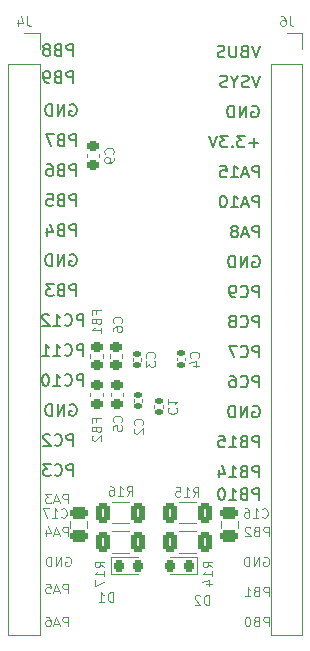
<source format=gbo>
%TF.GenerationSoftware,KiCad,Pcbnew,7.0.1-3b83917a11~171~ubuntu22.04.1*%
%TF.CreationDate,2023-04-15T23:20:08+01:00*%
%TF.ProjectId,spe_dongle,7370655f-646f-46e6-976c-652e6b696361,1.0*%
%TF.SameCoordinates,Original*%
%TF.FileFunction,Legend,Bot*%
%TF.FilePolarity,Positive*%
%FSLAX46Y46*%
G04 Gerber Fmt 4.6, Leading zero omitted, Abs format (unit mm)*
G04 Created by KiCad (PCBNEW 7.0.1-3b83917a11~171~ubuntu22.04.1) date 2023-04-15 23:20:08*
%MOMM*%
%LPD*%
G01*
G04 APERTURE LIST*
G04 Aperture macros list*
%AMRoundRect*
0 Rectangle with rounded corners*
0 $1 Rounding radius*
0 $2 $3 $4 $5 $6 $7 $8 $9 X,Y pos of 4 corners*
0 Add a 4 corners polygon primitive as box body*
4,1,4,$2,$3,$4,$5,$6,$7,$8,$9,$2,$3,0*
0 Add four circle primitives for the rounded corners*
1,1,$1+$1,$2,$3*
1,1,$1+$1,$4,$5*
1,1,$1+$1,$6,$7*
1,1,$1+$1,$8,$9*
0 Add four rect primitives between the rounded corners*
20,1,$1+$1,$2,$3,$4,$5,0*
20,1,$1+$1,$4,$5,$6,$7,0*
20,1,$1+$1,$6,$7,$8,$9,0*
20,1,$1+$1,$8,$9,$2,$3,0*%
G04 Aperture macros list end*
%ADD10C,0.120000*%
%ADD11C,0.150000*%
%ADD12R,1.700000X1.700000*%
%ADD13O,1.700000X1.700000*%
%ADD14C,0.700000*%
%ADD15O,0.900000X2.400000*%
%ADD16O,0.900000X1.700000*%
%ADD17R,2.400000X2.400000*%
%ADD18C,2.400000*%
%ADD19RoundRect,0.140000X0.170000X-0.140000X0.170000X0.140000X-0.170000X0.140000X-0.170000X-0.140000X0*%
%ADD20RoundRect,0.225000X0.250000X-0.225000X0.250000X0.225000X-0.250000X0.225000X-0.250000X-0.225000X0*%
%ADD21RoundRect,0.250000X-0.475000X0.250000X-0.475000X-0.250000X0.475000X-0.250000X0.475000X0.250000X0*%
%ADD22RoundRect,0.218750X0.256250X-0.218750X0.256250X0.218750X-0.256250X0.218750X-0.256250X-0.218750X0*%
%ADD23RoundRect,0.250000X-0.312500X-0.625000X0.312500X-0.625000X0.312500X0.625000X-0.312500X0.625000X0*%
%ADD24RoundRect,0.250000X0.312500X0.625000X-0.312500X0.625000X-0.312500X-0.625000X0.312500X-0.625000X0*%
%ADD25RoundRect,0.218750X0.218750X0.256250X-0.218750X0.256250X-0.218750X-0.256250X0.218750X-0.256250X0*%
%ADD26RoundRect,0.218750X-0.256250X0.218750X-0.256250X-0.218750X0.256250X-0.218750X0.256250X0.218750X0*%
%ADD27RoundRect,0.218750X-0.218750X-0.256250X0.218750X-0.256250X0.218750X0.256250X-0.218750X0.256250X0*%
G04 APERTURE END LIST*
D10*
X159661523Y-120330095D02*
X159661523Y-119530095D01*
X159661523Y-119530095D02*
X159356761Y-119530095D01*
X159356761Y-119530095D02*
X159280571Y-119568190D01*
X159280571Y-119568190D02*
X159242476Y-119606285D01*
X159242476Y-119606285D02*
X159204380Y-119682476D01*
X159204380Y-119682476D02*
X159204380Y-119796761D01*
X159204380Y-119796761D02*
X159242476Y-119872952D01*
X159242476Y-119872952D02*
X159280571Y-119911047D01*
X159280571Y-119911047D02*
X159356761Y-119949142D01*
X159356761Y-119949142D02*
X159661523Y-119949142D01*
X158594857Y-119911047D02*
X158480571Y-119949142D01*
X158480571Y-119949142D02*
X158442476Y-119987238D01*
X158442476Y-119987238D02*
X158404380Y-120063428D01*
X158404380Y-120063428D02*
X158404380Y-120177714D01*
X158404380Y-120177714D02*
X158442476Y-120253904D01*
X158442476Y-120253904D02*
X158480571Y-120292000D01*
X158480571Y-120292000D02*
X158556761Y-120330095D01*
X158556761Y-120330095D02*
X158861523Y-120330095D01*
X158861523Y-120330095D02*
X158861523Y-119530095D01*
X158861523Y-119530095D02*
X158594857Y-119530095D01*
X158594857Y-119530095D02*
X158518666Y-119568190D01*
X158518666Y-119568190D02*
X158480571Y-119606285D01*
X158480571Y-119606285D02*
X158442476Y-119682476D01*
X158442476Y-119682476D02*
X158442476Y-119758666D01*
X158442476Y-119758666D02*
X158480571Y-119834857D01*
X158480571Y-119834857D02*
X158518666Y-119872952D01*
X158518666Y-119872952D02*
X158594857Y-119911047D01*
X158594857Y-119911047D02*
X158861523Y-119911047D01*
X157642476Y-120330095D02*
X158099619Y-120330095D01*
X157871047Y-120330095D02*
X157871047Y-119530095D01*
X157871047Y-119530095D02*
X157947238Y-119644380D01*
X157947238Y-119644380D02*
X158023428Y-119720571D01*
X158023428Y-119720571D02*
X158099619Y-119758666D01*
D11*
X143357904Y-94905619D02*
X143357904Y-93905619D01*
X143357904Y-93905619D02*
X142976952Y-93905619D01*
X142976952Y-93905619D02*
X142881714Y-93953238D01*
X142881714Y-93953238D02*
X142834095Y-94000857D01*
X142834095Y-94000857D02*
X142786476Y-94096095D01*
X142786476Y-94096095D02*
X142786476Y-94238952D01*
X142786476Y-94238952D02*
X142834095Y-94334190D01*
X142834095Y-94334190D02*
X142881714Y-94381809D01*
X142881714Y-94381809D02*
X142976952Y-94429428D01*
X142976952Y-94429428D02*
X143357904Y-94429428D01*
X142024571Y-94381809D02*
X141881714Y-94429428D01*
X141881714Y-94429428D02*
X141834095Y-94477047D01*
X141834095Y-94477047D02*
X141786476Y-94572285D01*
X141786476Y-94572285D02*
X141786476Y-94715142D01*
X141786476Y-94715142D02*
X141834095Y-94810380D01*
X141834095Y-94810380D02*
X141881714Y-94858000D01*
X141881714Y-94858000D02*
X141976952Y-94905619D01*
X141976952Y-94905619D02*
X142357904Y-94905619D01*
X142357904Y-94905619D02*
X142357904Y-93905619D01*
X142357904Y-93905619D02*
X142024571Y-93905619D01*
X142024571Y-93905619D02*
X141929333Y-93953238D01*
X141929333Y-93953238D02*
X141881714Y-94000857D01*
X141881714Y-94000857D02*
X141834095Y-94096095D01*
X141834095Y-94096095D02*
X141834095Y-94191333D01*
X141834095Y-94191333D02*
X141881714Y-94286571D01*
X141881714Y-94286571D02*
X141929333Y-94334190D01*
X141929333Y-94334190D02*
X142024571Y-94381809D01*
X142024571Y-94381809D02*
X142357904Y-94381809D01*
X141453142Y-93905619D02*
X140834095Y-93905619D01*
X140834095Y-93905619D02*
X141167428Y-94286571D01*
X141167428Y-94286571D02*
X141024571Y-94286571D01*
X141024571Y-94286571D02*
X140929333Y-94334190D01*
X140929333Y-94334190D02*
X140881714Y-94381809D01*
X140881714Y-94381809D02*
X140834095Y-94477047D01*
X140834095Y-94477047D02*
X140834095Y-94715142D01*
X140834095Y-94715142D02*
X140881714Y-94810380D01*
X140881714Y-94810380D02*
X140929333Y-94858000D01*
X140929333Y-94858000D02*
X141024571Y-94905619D01*
X141024571Y-94905619D02*
X141310285Y-94905619D01*
X141310285Y-94905619D02*
X141405523Y-94858000D01*
X141405523Y-94858000D02*
X141453142Y-94810380D01*
X158851904Y-102652619D02*
X158851904Y-101652619D01*
X158851904Y-101652619D02*
X158470952Y-101652619D01*
X158470952Y-101652619D02*
X158375714Y-101700238D01*
X158375714Y-101700238D02*
X158328095Y-101747857D01*
X158328095Y-101747857D02*
X158280476Y-101843095D01*
X158280476Y-101843095D02*
X158280476Y-101985952D01*
X158280476Y-101985952D02*
X158328095Y-102081190D01*
X158328095Y-102081190D02*
X158375714Y-102128809D01*
X158375714Y-102128809D02*
X158470952Y-102176428D01*
X158470952Y-102176428D02*
X158851904Y-102176428D01*
X157280476Y-102557380D02*
X157328095Y-102605000D01*
X157328095Y-102605000D02*
X157470952Y-102652619D01*
X157470952Y-102652619D02*
X157566190Y-102652619D01*
X157566190Y-102652619D02*
X157709047Y-102605000D01*
X157709047Y-102605000D02*
X157804285Y-102509761D01*
X157804285Y-102509761D02*
X157851904Y-102414523D01*
X157851904Y-102414523D02*
X157899523Y-102224047D01*
X157899523Y-102224047D02*
X157899523Y-102081190D01*
X157899523Y-102081190D02*
X157851904Y-101890714D01*
X157851904Y-101890714D02*
X157804285Y-101795476D01*
X157804285Y-101795476D02*
X157709047Y-101700238D01*
X157709047Y-101700238D02*
X157566190Y-101652619D01*
X157566190Y-101652619D02*
X157470952Y-101652619D01*
X157470952Y-101652619D02*
X157328095Y-101700238D01*
X157328095Y-101700238D02*
X157280476Y-101747857D01*
X156423333Y-101652619D02*
X156613809Y-101652619D01*
X156613809Y-101652619D02*
X156709047Y-101700238D01*
X156709047Y-101700238D02*
X156756666Y-101747857D01*
X156756666Y-101747857D02*
X156851904Y-101890714D01*
X156851904Y-101890714D02*
X156899523Y-102081190D01*
X156899523Y-102081190D02*
X156899523Y-102462142D01*
X156899523Y-102462142D02*
X156851904Y-102557380D01*
X156851904Y-102557380D02*
X156804285Y-102605000D01*
X156804285Y-102605000D02*
X156709047Y-102652619D01*
X156709047Y-102652619D02*
X156518571Y-102652619D01*
X156518571Y-102652619D02*
X156423333Y-102605000D01*
X156423333Y-102605000D02*
X156375714Y-102557380D01*
X156375714Y-102557380D02*
X156328095Y-102462142D01*
X156328095Y-102462142D02*
X156328095Y-102224047D01*
X156328095Y-102224047D02*
X156375714Y-102128809D01*
X156375714Y-102128809D02*
X156423333Y-102081190D01*
X156423333Y-102081190D02*
X156518571Y-102033571D01*
X156518571Y-102033571D02*
X156709047Y-102033571D01*
X156709047Y-102033571D02*
X156804285Y-102081190D01*
X156804285Y-102081190D02*
X156851904Y-102128809D01*
X156851904Y-102128809D02*
X156899523Y-102224047D01*
X143357904Y-87285619D02*
X143357904Y-86285619D01*
X143357904Y-86285619D02*
X142976952Y-86285619D01*
X142976952Y-86285619D02*
X142881714Y-86333238D01*
X142881714Y-86333238D02*
X142834095Y-86380857D01*
X142834095Y-86380857D02*
X142786476Y-86476095D01*
X142786476Y-86476095D02*
X142786476Y-86618952D01*
X142786476Y-86618952D02*
X142834095Y-86714190D01*
X142834095Y-86714190D02*
X142881714Y-86761809D01*
X142881714Y-86761809D02*
X142976952Y-86809428D01*
X142976952Y-86809428D02*
X143357904Y-86809428D01*
X142024571Y-86761809D02*
X141881714Y-86809428D01*
X141881714Y-86809428D02*
X141834095Y-86857047D01*
X141834095Y-86857047D02*
X141786476Y-86952285D01*
X141786476Y-86952285D02*
X141786476Y-87095142D01*
X141786476Y-87095142D02*
X141834095Y-87190380D01*
X141834095Y-87190380D02*
X141881714Y-87238000D01*
X141881714Y-87238000D02*
X141976952Y-87285619D01*
X141976952Y-87285619D02*
X142357904Y-87285619D01*
X142357904Y-87285619D02*
X142357904Y-86285619D01*
X142357904Y-86285619D02*
X142024571Y-86285619D01*
X142024571Y-86285619D02*
X141929333Y-86333238D01*
X141929333Y-86333238D02*
X141881714Y-86380857D01*
X141881714Y-86380857D02*
X141834095Y-86476095D01*
X141834095Y-86476095D02*
X141834095Y-86571333D01*
X141834095Y-86571333D02*
X141881714Y-86666571D01*
X141881714Y-86666571D02*
X141929333Y-86714190D01*
X141929333Y-86714190D02*
X142024571Y-86761809D01*
X142024571Y-86761809D02*
X142357904Y-86761809D01*
X140881714Y-86285619D02*
X141357904Y-86285619D01*
X141357904Y-86285619D02*
X141405523Y-86761809D01*
X141405523Y-86761809D02*
X141357904Y-86714190D01*
X141357904Y-86714190D02*
X141262666Y-86666571D01*
X141262666Y-86666571D02*
X141024571Y-86666571D01*
X141024571Y-86666571D02*
X140929333Y-86714190D01*
X140929333Y-86714190D02*
X140881714Y-86761809D01*
X140881714Y-86761809D02*
X140834095Y-86857047D01*
X140834095Y-86857047D02*
X140834095Y-87095142D01*
X140834095Y-87095142D02*
X140881714Y-87190380D01*
X140881714Y-87190380D02*
X140929333Y-87238000D01*
X140929333Y-87238000D02*
X141024571Y-87285619D01*
X141024571Y-87285619D02*
X141262666Y-87285619D01*
X141262666Y-87285619D02*
X141357904Y-87238000D01*
X141357904Y-87238000D02*
X141405523Y-87190380D01*
D10*
X159242476Y-117028190D02*
X159318666Y-116990095D01*
X159318666Y-116990095D02*
X159432952Y-116990095D01*
X159432952Y-116990095D02*
X159547238Y-117028190D01*
X159547238Y-117028190D02*
X159623428Y-117104380D01*
X159623428Y-117104380D02*
X159661523Y-117180571D01*
X159661523Y-117180571D02*
X159699619Y-117332952D01*
X159699619Y-117332952D02*
X159699619Y-117447238D01*
X159699619Y-117447238D02*
X159661523Y-117599619D01*
X159661523Y-117599619D02*
X159623428Y-117675809D01*
X159623428Y-117675809D02*
X159547238Y-117752000D01*
X159547238Y-117752000D02*
X159432952Y-117790095D01*
X159432952Y-117790095D02*
X159356761Y-117790095D01*
X159356761Y-117790095D02*
X159242476Y-117752000D01*
X159242476Y-117752000D02*
X159204380Y-117713904D01*
X159204380Y-117713904D02*
X159204380Y-117447238D01*
X159204380Y-117447238D02*
X159356761Y-117447238D01*
X158861523Y-117790095D02*
X158861523Y-116990095D01*
X158861523Y-116990095D02*
X158404380Y-117790095D01*
X158404380Y-117790095D02*
X158404380Y-116990095D01*
X158023428Y-117790095D02*
X158023428Y-116990095D01*
X158023428Y-116990095D02*
X157832952Y-116990095D01*
X157832952Y-116990095D02*
X157718666Y-117028190D01*
X157718666Y-117028190D02*
X157642476Y-117104380D01*
X157642476Y-117104380D02*
X157604381Y-117180571D01*
X157604381Y-117180571D02*
X157566285Y-117332952D01*
X157566285Y-117332952D02*
X157566285Y-117447238D01*
X157566285Y-117447238D02*
X157604381Y-117599619D01*
X157604381Y-117599619D02*
X157642476Y-117675809D01*
X157642476Y-117675809D02*
X157718666Y-117752000D01*
X157718666Y-117752000D02*
X157832952Y-117790095D01*
X157832952Y-117790095D02*
X158023428Y-117790095D01*
D11*
X158851904Y-89952619D02*
X158851904Y-88952619D01*
X158851904Y-88952619D02*
X158470952Y-88952619D01*
X158470952Y-88952619D02*
X158375714Y-89000238D01*
X158375714Y-89000238D02*
X158328095Y-89047857D01*
X158328095Y-89047857D02*
X158280476Y-89143095D01*
X158280476Y-89143095D02*
X158280476Y-89285952D01*
X158280476Y-89285952D02*
X158328095Y-89381190D01*
X158328095Y-89381190D02*
X158375714Y-89428809D01*
X158375714Y-89428809D02*
X158470952Y-89476428D01*
X158470952Y-89476428D02*
X158851904Y-89476428D01*
X157899523Y-89666904D02*
X157423333Y-89666904D01*
X157994761Y-89952619D02*
X157661428Y-88952619D01*
X157661428Y-88952619D02*
X157328095Y-89952619D01*
X156851904Y-89381190D02*
X156947142Y-89333571D01*
X156947142Y-89333571D02*
X156994761Y-89285952D01*
X156994761Y-89285952D02*
X157042380Y-89190714D01*
X157042380Y-89190714D02*
X157042380Y-89143095D01*
X157042380Y-89143095D02*
X156994761Y-89047857D01*
X156994761Y-89047857D02*
X156947142Y-89000238D01*
X156947142Y-89000238D02*
X156851904Y-88952619D01*
X156851904Y-88952619D02*
X156661428Y-88952619D01*
X156661428Y-88952619D02*
X156566190Y-89000238D01*
X156566190Y-89000238D02*
X156518571Y-89047857D01*
X156518571Y-89047857D02*
X156470952Y-89143095D01*
X156470952Y-89143095D02*
X156470952Y-89190714D01*
X156470952Y-89190714D02*
X156518571Y-89285952D01*
X156518571Y-89285952D02*
X156566190Y-89333571D01*
X156566190Y-89333571D02*
X156661428Y-89381190D01*
X156661428Y-89381190D02*
X156851904Y-89381190D01*
X156851904Y-89381190D02*
X156947142Y-89428809D01*
X156947142Y-89428809D02*
X156994761Y-89476428D01*
X156994761Y-89476428D02*
X157042380Y-89571666D01*
X157042380Y-89571666D02*
X157042380Y-89762142D01*
X157042380Y-89762142D02*
X156994761Y-89857380D01*
X156994761Y-89857380D02*
X156947142Y-89905000D01*
X156947142Y-89905000D02*
X156851904Y-89952619D01*
X156851904Y-89952619D02*
X156661428Y-89952619D01*
X156661428Y-89952619D02*
X156566190Y-89905000D01*
X156566190Y-89905000D02*
X156518571Y-89857380D01*
X156518571Y-89857380D02*
X156470952Y-89762142D01*
X156470952Y-89762142D02*
X156470952Y-89571666D01*
X156470952Y-89571666D02*
X156518571Y-89476428D01*
X156518571Y-89476428D02*
X156566190Y-89428809D01*
X156566190Y-89428809D02*
X156661428Y-89381190D01*
X143357904Y-82205619D02*
X143357904Y-81205619D01*
X143357904Y-81205619D02*
X142976952Y-81205619D01*
X142976952Y-81205619D02*
X142881714Y-81253238D01*
X142881714Y-81253238D02*
X142834095Y-81300857D01*
X142834095Y-81300857D02*
X142786476Y-81396095D01*
X142786476Y-81396095D02*
X142786476Y-81538952D01*
X142786476Y-81538952D02*
X142834095Y-81634190D01*
X142834095Y-81634190D02*
X142881714Y-81681809D01*
X142881714Y-81681809D02*
X142976952Y-81729428D01*
X142976952Y-81729428D02*
X143357904Y-81729428D01*
X142024571Y-81681809D02*
X141881714Y-81729428D01*
X141881714Y-81729428D02*
X141834095Y-81777047D01*
X141834095Y-81777047D02*
X141786476Y-81872285D01*
X141786476Y-81872285D02*
X141786476Y-82015142D01*
X141786476Y-82015142D02*
X141834095Y-82110380D01*
X141834095Y-82110380D02*
X141881714Y-82158000D01*
X141881714Y-82158000D02*
X141976952Y-82205619D01*
X141976952Y-82205619D02*
X142357904Y-82205619D01*
X142357904Y-82205619D02*
X142357904Y-81205619D01*
X142357904Y-81205619D02*
X142024571Y-81205619D01*
X142024571Y-81205619D02*
X141929333Y-81253238D01*
X141929333Y-81253238D02*
X141881714Y-81300857D01*
X141881714Y-81300857D02*
X141834095Y-81396095D01*
X141834095Y-81396095D02*
X141834095Y-81491333D01*
X141834095Y-81491333D02*
X141881714Y-81586571D01*
X141881714Y-81586571D02*
X141929333Y-81634190D01*
X141929333Y-81634190D02*
X142024571Y-81681809D01*
X142024571Y-81681809D02*
X142357904Y-81681809D01*
X141453142Y-81205619D02*
X140786476Y-81205619D01*
X140786476Y-81205619D02*
X141215047Y-82205619D01*
X158851904Y-107732619D02*
X158851904Y-106732619D01*
X158851904Y-106732619D02*
X158470952Y-106732619D01*
X158470952Y-106732619D02*
X158375714Y-106780238D01*
X158375714Y-106780238D02*
X158328095Y-106827857D01*
X158328095Y-106827857D02*
X158280476Y-106923095D01*
X158280476Y-106923095D02*
X158280476Y-107065952D01*
X158280476Y-107065952D02*
X158328095Y-107161190D01*
X158328095Y-107161190D02*
X158375714Y-107208809D01*
X158375714Y-107208809D02*
X158470952Y-107256428D01*
X158470952Y-107256428D02*
X158851904Y-107256428D01*
X157518571Y-107208809D02*
X157375714Y-107256428D01*
X157375714Y-107256428D02*
X157328095Y-107304047D01*
X157328095Y-107304047D02*
X157280476Y-107399285D01*
X157280476Y-107399285D02*
X157280476Y-107542142D01*
X157280476Y-107542142D02*
X157328095Y-107637380D01*
X157328095Y-107637380D02*
X157375714Y-107685000D01*
X157375714Y-107685000D02*
X157470952Y-107732619D01*
X157470952Y-107732619D02*
X157851904Y-107732619D01*
X157851904Y-107732619D02*
X157851904Y-106732619D01*
X157851904Y-106732619D02*
X157518571Y-106732619D01*
X157518571Y-106732619D02*
X157423333Y-106780238D01*
X157423333Y-106780238D02*
X157375714Y-106827857D01*
X157375714Y-106827857D02*
X157328095Y-106923095D01*
X157328095Y-106923095D02*
X157328095Y-107018333D01*
X157328095Y-107018333D02*
X157375714Y-107113571D01*
X157375714Y-107113571D02*
X157423333Y-107161190D01*
X157423333Y-107161190D02*
X157518571Y-107208809D01*
X157518571Y-107208809D02*
X157851904Y-107208809D01*
X156328095Y-107732619D02*
X156899523Y-107732619D01*
X156613809Y-107732619D02*
X156613809Y-106732619D01*
X156613809Y-106732619D02*
X156709047Y-106875476D01*
X156709047Y-106875476D02*
X156804285Y-106970714D01*
X156804285Y-106970714D02*
X156899523Y-107018333D01*
X155423333Y-106732619D02*
X155899523Y-106732619D01*
X155899523Y-106732619D02*
X155947142Y-107208809D01*
X155947142Y-107208809D02*
X155899523Y-107161190D01*
X155899523Y-107161190D02*
X155804285Y-107113571D01*
X155804285Y-107113571D02*
X155566190Y-107113571D01*
X155566190Y-107113571D02*
X155470952Y-107161190D01*
X155470952Y-107161190D02*
X155423333Y-107208809D01*
X155423333Y-107208809D02*
X155375714Y-107304047D01*
X155375714Y-107304047D02*
X155375714Y-107542142D01*
X155375714Y-107542142D02*
X155423333Y-107637380D01*
X155423333Y-107637380D02*
X155470952Y-107685000D01*
X155470952Y-107685000D02*
X155566190Y-107732619D01*
X155566190Y-107732619D02*
X155804285Y-107732619D01*
X155804285Y-107732619D02*
X155899523Y-107685000D01*
X155899523Y-107685000D02*
X155947142Y-107637380D01*
D10*
X142643523Y-120076095D02*
X142643523Y-119276095D01*
X142643523Y-119276095D02*
X142338761Y-119276095D01*
X142338761Y-119276095D02*
X142262571Y-119314190D01*
X142262571Y-119314190D02*
X142224476Y-119352285D01*
X142224476Y-119352285D02*
X142186380Y-119428476D01*
X142186380Y-119428476D02*
X142186380Y-119542761D01*
X142186380Y-119542761D02*
X142224476Y-119618952D01*
X142224476Y-119618952D02*
X142262571Y-119657047D01*
X142262571Y-119657047D02*
X142338761Y-119695142D01*
X142338761Y-119695142D02*
X142643523Y-119695142D01*
X141881619Y-119847523D02*
X141500666Y-119847523D01*
X141957809Y-120076095D02*
X141691142Y-119276095D01*
X141691142Y-119276095D02*
X141424476Y-120076095D01*
X140776857Y-119276095D02*
X141157809Y-119276095D01*
X141157809Y-119276095D02*
X141195905Y-119657047D01*
X141195905Y-119657047D02*
X141157809Y-119618952D01*
X141157809Y-119618952D02*
X141081619Y-119580857D01*
X141081619Y-119580857D02*
X140891143Y-119580857D01*
X140891143Y-119580857D02*
X140814952Y-119618952D01*
X140814952Y-119618952D02*
X140776857Y-119657047D01*
X140776857Y-119657047D02*
X140738762Y-119733238D01*
X140738762Y-119733238D02*
X140738762Y-119923714D01*
X140738762Y-119923714D02*
X140776857Y-119999904D01*
X140776857Y-119999904D02*
X140814952Y-120038000D01*
X140814952Y-120038000D02*
X140891143Y-120076095D01*
X140891143Y-120076095D02*
X141081619Y-120076095D01*
X141081619Y-120076095D02*
X141157809Y-120038000D01*
X141157809Y-120038000D02*
X141195905Y-119999904D01*
D11*
X143961904Y-99985619D02*
X143961904Y-98985619D01*
X143961904Y-98985619D02*
X143580952Y-98985619D01*
X143580952Y-98985619D02*
X143485714Y-99033238D01*
X143485714Y-99033238D02*
X143438095Y-99080857D01*
X143438095Y-99080857D02*
X143390476Y-99176095D01*
X143390476Y-99176095D02*
X143390476Y-99318952D01*
X143390476Y-99318952D02*
X143438095Y-99414190D01*
X143438095Y-99414190D02*
X143485714Y-99461809D01*
X143485714Y-99461809D02*
X143580952Y-99509428D01*
X143580952Y-99509428D02*
X143961904Y-99509428D01*
X142390476Y-99890380D02*
X142438095Y-99938000D01*
X142438095Y-99938000D02*
X142580952Y-99985619D01*
X142580952Y-99985619D02*
X142676190Y-99985619D01*
X142676190Y-99985619D02*
X142819047Y-99938000D01*
X142819047Y-99938000D02*
X142914285Y-99842761D01*
X142914285Y-99842761D02*
X142961904Y-99747523D01*
X142961904Y-99747523D02*
X143009523Y-99557047D01*
X143009523Y-99557047D02*
X143009523Y-99414190D01*
X143009523Y-99414190D02*
X142961904Y-99223714D01*
X142961904Y-99223714D02*
X142914285Y-99128476D01*
X142914285Y-99128476D02*
X142819047Y-99033238D01*
X142819047Y-99033238D02*
X142676190Y-98985619D01*
X142676190Y-98985619D02*
X142580952Y-98985619D01*
X142580952Y-98985619D02*
X142438095Y-99033238D01*
X142438095Y-99033238D02*
X142390476Y-99080857D01*
X141438095Y-99985619D02*
X142009523Y-99985619D01*
X141723809Y-99985619D02*
X141723809Y-98985619D01*
X141723809Y-98985619D02*
X141819047Y-99128476D01*
X141819047Y-99128476D02*
X141914285Y-99223714D01*
X141914285Y-99223714D02*
X142009523Y-99271333D01*
X140485714Y-99985619D02*
X141057142Y-99985619D01*
X140771428Y-99985619D02*
X140771428Y-98985619D01*
X140771428Y-98985619D02*
X140866666Y-99128476D01*
X140866666Y-99128476D02*
X140961904Y-99223714D01*
X140961904Y-99223714D02*
X141057142Y-99271333D01*
X143961904Y-102525619D02*
X143961904Y-101525619D01*
X143961904Y-101525619D02*
X143580952Y-101525619D01*
X143580952Y-101525619D02*
X143485714Y-101573238D01*
X143485714Y-101573238D02*
X143438095Y-101620857D01*
X143438095Y-101620857D02*
X143390476Y-101716095D01*
X143390476Y-101716095D02*
X143390476Y-101858952D01*
X143390476Y-101858952D02*
X143438095Y-101954190D01*
X143438095Y-101954190D02*
X143485714Y-102001809D01*
X143485714Y-102001809D02*
X143580952Y-102049428D01*
X143580952Y-102049428D02*
X143961904Y-102049428D01*
X142390476Y-102430380D02*
X142438095Y-102478000D01*
X142438095Y-102478000D02*
X142580952Y-102525619D01*
X142580952Y-102525619D02*
X142676190Y-102525619D01*
X142676190Y-102525619D02*
X142819047Y-102478000D01*
X142819047Y-102478000D02*
X142914285Y-102382761D01*
X142914285Y-102382761D02*
X142961904Y-102287523D01*
X142961904Y-102287523D02*
X143009523Y-102097047D01*
X143009523Y-102097047D02*
X143009523Y-101954190D01*
X143009523Y-101954190D02*
X142961904Y-101763714D01*
X142961904Y-101763714D02*
X142914285Y-101668476D01*
X142914285Y-101668476D02*
X142819047Y-101573238D01*
X142819047Y-101573238D02*
X142676190Y-101525619D01*
X142676190Y-101525619D02*
X142580952Y-101525619D01*
X142580952Y-101525619D02*
X142438095Y-101573238D01*
X142438095Y-101573238D02*
X142390476Y-101620857D01*
X141438095Y-102525619D02*
X142009523Y-102525619D01*
X141723809Y-102525619D02*
X141723809Y-101525619D01*
X141723809Y-101525619D02*
X141819047Y-101668476D01*
X141819047Y-101668476D02*
X141914285Y-101763714D01*
X141914285Y-101763714D02*
X142009523Y-101811333D01*
X140819047Y-101525619D02*
X140723809Y-101525619D01*
X140723809Y-101525619D02*
X140628571Y-101573238D01*
X140628571Y-101573238D02*
X140580952Y-101620857D01*
X140580952Y-101620857D02*
X140533333Y-101716095D01*
X140533333Y-101716095D02*
X140485714Y-101906571D01*
X140485714Y-101906571D02*
X140485714Y-102144666D01*
X140485714Y-102144666D02*
X140533333Y-102335142D01*
X140533333Y-102335142D02*
X140580952Y-102430380D01*
X140580952Y-102430380D02*
X140628571Y-102478000D01*
X140628571Y-102478000D02*
X140723809Y-102525619D01*
X140723809Y-102525619D02*
X140819047Y-102525619D01*
X140819047Y-102525619D02*
X140914285Y-102478000D01*
X140914285Y-102478000D02*
X140961904Y-102430380D01*
X140961904Y-102430380D02*
X141009523Y-102335142D01*
X141009523Y-102335142D02*
X141057142Y-102144666D01*
X141057142Y-102144666D02*
X141057142Y-101906571D01*
X141057142Y-101906571D02*
X141009523Y-101716095D01*
X141009523Y-101716095D02*
X140961904Y-101620857D01*
X140961904Y-101620857D02*
X140914285Y-101573238D01*
X140914285Y-101573238D02*
X140819047Y-101525619D01*
X158851904Y-95032619D02*
X158851904Y-94032619D01*
X158851904Y-94032619D02*
X158470952Y-94032619D01*
X158470952Y-94032619D02*
X158375714Y-94080238D01*
X158375714Y-94080238D02*
X158328095Y-94127857D01*
X158328095Y-94127857D02*
X158280476Y-94223095D01*
X158280476Y-94223095D02*
X158280476Y-94365952D01*
X158280476Y-94365952D02*
X158328095Y-94461190D01*
X158328095Y-94461190D02*
X158375714Y-94508809D01*
X158375714Y-94508809D02*
X158470952Y-94556428D01*
X158470952Y-94556428D02*
X158851904Y-94556428D01*
X157280476Y-94937380D02*
X157328095Y-94985000D01*
X157328095Y-94985000D02*
X157470952Y-95032619D01*
X157470952Y-95032619D02*
X157566190Y-95032619D01*
X157566190Y-95032619D02*
X157709047Y-94985000D01*
X157709047Y-94985000D02*
X157804285Y-94889761D01*
X157804285Y-94889761D02*
X157851904Y-94794523D01*
X157851904Y-94794523D02*
X157899523Y-94604047D01*
X157899523Y-94604047D02*
X157899523Y-94461190D01*
X157899523Y-94461190D02*
X157851904Y-94270714D01*
X157851904Y-94270714D02*
X157804285Y-94175476D01*
X157804285Y-94175476D02*
X157709047Y-94080238D01*
X157709047Y-94080238D02*
X157566190Y-94032619D01*
X157566190Y-94032619D02*
X157470952Y-94032619D01*
X157470952Y-94032619D02*
X157328095Y-94080238D01*
X157328095Y-94080238D02*
X157280476Y-94127857D01*
X156804285Y-95032619D02*
X156613809Y-95032619D01*
X156613809Y-95032619D02*
X156518571Y-94985000D01*
X156518571Y-94985000D02*
X156470952Y-94937380D01*
X156470952Y-94937380D02*
X156375714Y-94794523D01*
X156375714Y-94794523D02*
X156328095Y-94604047D01*
X156328095Y-94604047D02*
X156328095Y-94223095D01*
X156328095Y-94223095D02*
X156375714Y-94127857D01*
X156375714Y-94127857D02*
X156423333Y-94080238D01*
X156423333Y-94080238D02*
X156518571Y-94032619D01*
X156518571Y-94032619D02*
X156709047Y-94032619D01*
X156709047Y-94032619D02*
X156804285Y-94080238D01*
X156804285Y-94080238D02*
X156851904Y-94127857D01*
X156851904Y-94127857D02*
X156899523Y-94223095D01*
X156899523Y-94223095D02*
X156899523Y-94461190D01*
X156899523Y-94461190D02*
X156851904Y-94556428D01*
X156851904Y-94556428D02*
X156804285Y-94604047D01*
X156804285Y-94604047D02*
X156709047Y-94651666D01*
X156709047Y-94651666D02*
X156518571Y-94651666D01*
X156518571Y-94651666D02*
X156423333Y-94604047D01*
X156423333Y-94604047D02*
X156375714Y-94556428D01*
X156375714Y-94556428D02*
X156328095Y-94461190D01*
D10*
X142478476Y-117028190D02*
X142554666Y-116990095D01*
X142554666Y-116990095D02*
X142668952Y-116990095D01*
X142668952Y-116990095D02*
X142783238Y-117028190D01*
X142783238Y-117028190D02*
X142859428Y-117104380D01*
X142859428Y-117104380D02*
X142897523Y-117180571D01*
X142897523Y-117180571D02*
X142935619Y-117332952D01*
X142935619Y-117332952D02*
X142935619Y-117447238D01*
X142935619Y-117447238D02*
X142897523Y-117599619D01*
X142897523Y-117599619D02*
X142859428Y-117675809D01*
X142859428Y-117675809D02*
X142783238Y-117752000D01*
X142783238Y-117752000D02*
X142668952Y-117790095D01*
X142668952Y-117790095D02*
X142592761Y-117790095D01*
X142592761Y-117790095D02*
X142478476Y-117752000D01*
X142478476Y-117752000D02*
X142440380Y-117713904D01*
X142440380Y-117713904D02*
X142440380Y-117447238D01*
X142440380Y-117447238D02*
X142592761Y-117447238D01*
X142097523Y-117790095D02*
X142097523Y-116990095D01*
X142097523Y-116990095D02*
X141640380Y-117790095D01*
X141640380Y-117790095D02*
X141640380Y-116990095D01*
X141259428Y-117790095D02*
X141259428Y-116990095D01*
X141259428Y-116990095D02*
X141068952Y-116990095D01*
X141068952Y-116990095D02*
X140954666Y-117028190D01*
X140954666Y-117028190D02*
X140878476Y-117104380D01*
X140878476Y-117104380D02*
X140840381Y-117180571D01*
X140840381Y-117180571D02*
X140802285Y-117332952D01*
X140802285Y-117332952D02*
X140802285Y-117447238D01*
X140802285Y-117447238D02*
X140840381Y-117599619D01*
X140840381Y-117599619D02*
X140878476Y-117675809D01*
X140878476Y-117675809D02*
X140954666Y-117752000D01*
X140954666Y-117752000D02*
X141068952Y-117790095D01*
X141068952Y-117790095D02*
X141259428Y-117790095D01*
D11*
X143103904Y-76871619D02*
X143103904Y-75871619D01*
X143103904Y-75871619D02*
X142722952Y-75871619D01*
X142722952Y-75871619D02*
X142627714Y-75919238D01*
X142627714Y-75919238D02*
X142580095Y-75966857D01*
X142580095Y-75966857D02*
X142532476Y-76062095D01*
X142532476Y-76062095D02*
X142532476Y-76204952D01*
X142532476Y-76204952D02*
X142580095Y-76300190D01*
X142580095Y-76300190D02*
X142627714Y-76347809D01*
X142627714Y-76347809D02*
X142722952Y-76395428D01*
X142722952Y-76395428D02*
X143103904Y-76395428D01*
X141770571Y-76347809D02*
X141627714Y-76395428D01*
X141627714Y-76395428D02*
X141580095Y-76443047D01*
X141580095Y-76443047D02*
X141532476Y-76538285D01*
X141532476Y-76538285D02*
X141532476Y-76681142D01*
X141532476Y-76681142D02*
X141580095Y-76776380D01*
X141580095Y-76776380D02*
X141627714Y-76824000D01*
X141627714Y-76824000D02*
X141722952Y-76871619D01*
X141722952Y-76871619D02*
X142103904Y-76871619D01*
X142103904Y-76871619D02*
X142103904Y-75871619D01*
X142103904Y-75871619D02*
X141770571Y-75871619D01*
X141770571Y-75871619D02*
X141675333Y-75919238D01*
X141675333Y-75919238D02*
X141627714Y-75966857D01*
X141627714Y-75966857D02*
X141580095Y-76062095D01*
X141580095Y-76062095D02*
X141580095Y-76157333D01*
X141580095Y-76157333D02*
X141627714Y-76252571D01*
X141627714Y-76252571D02*
X141675333Y-76300190D01*
X141675333Y-76300190D02*
X141770571Y-76347809D01*
X141770571Y-76347809D02*
X142103904Y-76347809D01*
X141056285Y-76871619D02*
X140865809Y-76871619D01*
X140865809Y-76871619D02*
X140770571Y-76824000D01*
X140770571Y-76824000D02*
X140722952Y-76776380D01*
X140722952Y-76776380D02*
X140627714Y-76633523D01*
X140627714Y-76633523D02*
X140580095Y-76443047D01*
X140580095Y-76443047D02*
X140580095Y-76062095D01*
X140580095Y-76062095D02*
X140627714Y-75966857D01*
X140627714Y-75966857D02*
X140675333Y-75919238D01*
X140675333Y-75919238D02*
X140770571Y-75871619D01*
X140770571Y-75871619D02*
X140961047Y-75871619D01*
X140961047Y-75871619D02*
X141056285Y-75919238D01*
X141056285Y-75919238D02*
X141103904Y-75966857D01*
X141103904Y-75966857D02*
X141151523Y-76062095D01*
X141151523Y-76062095D02*
X141151523Y-76300190D01*
X141151523Y-76300190D02*
X141103904Y-76395428D01*
X141103904Y-76395428D02*
X141056285Y-76443047D01*
X141056285Y-76443047D02*
X140961047Y-76490666D01*
X140961047Y-76490666D02*
X140770571Y-76490666D01*
X140770571Y-76490666D02*
X140675333Y-76443047D01*
X140675333Y-76443047D02*
X140627714Y-76395428D01*
X140627714Y-76395428D02*
X140580095Y-76300190D01*
X143103904Y-110145619D02*
X143103904Y-109145619D01*
X143103904Y-109145619D02*
X142722952Y-109145619D01*
X142722952Y-109145619D02*
X142627714Y-109193238D01*
X142627714Y-109193238D02*
X142580095Y-109240857D01*
X142580095Y-109240857D02*
X142532476Y-109336095D01*
X142532476Y-109336095D02*
X142532476Y-109478952D01*
X142532476Y-109478952D02*
X142580095Y-109574190D01*
X142580095Y-109574190D02*
X142627714Y-109621809D01*
X142627714Y-109621809D02*
X142722952Y-109669428D01*
X142722952Y-109669428D02*
X143103904Y-109669428D01*
X141532476Y-110050380D02*
X141580095Y-110098000D01*
X141580095Y-110098000D02*
X141722952Y-110145619D01*
X141722952Y-110145619D02*
X141818190Y-110145619D01*
X141818190Y-110145619D02*
X141961047Y-110098000D01*
X141961047Y-110098000D02*
X142056285Y-110002761D01*
X142056285Y-110002761D02*
X142103904Y-109907523D01*
X142103904Y-109907523D02*
X142151523Y-109717047D01*
X142151523Y-109717047D02*
X142151523Y-109574190D01*
X142151523Y-109574190D02*
X142103904Y-109383714D01*
X142103904Y-109383714D02*
X142056285Y-109288476D01*
X142056285Y-109288476D02*
X141961047Y-109193238D01*
X141961047Y-109193238D02*
X141818190Y-109145619D01*
X141818190Y-109145619D02*
X141722952Y-109145619D01*
X141722952Y-109145619D02*
X141580095Y-109193238D01*
X141580095Y-109193238D02*
X141532476Y-109240857D01*
X141199142Y-109145619D02*
X140580095Y-109145619D01*
X140580095Y-109145619D02*
X140913428Y-109526571D01*
X140913428Y-109526571D02*
X140770571Y-109526571D01*
X140770571Y-109526571D02*
X140675333Y-109574190D01*
X140675333Y-109574190D02*
X140627714Y-109621809D01*
X140627714Y-109621809D02*
X140580095Y-109717047D01*
X140580095Y-109717047D02*
X140580095Y-109955142D01*
X140580095Y-109955142D02*
X140627714Y-110050380D01*
X140627714Y-110050380D02*
X140675333Y-110098000D01*
X140675333Y-110098000D02*
X140770571Y-110145619D01*
X140770571Y-110145619D02*
X141056285Y-110145619D01*
X141056285Y-110145619D02*
X141151523Y-110098000D01*
X141151523Y-110098000D02*
X141199142Y-110050380D01*
X158761904Y-81951666D02*
X158000000Y-81951666D01*
X158380952Y-82332619D02*
X158380952Y-81570714D01*
X157619047Y-81332619D02*
X157000000Y-81332619D01*
X157000000Y-81332619D02*
X157333333Y-81713571D01*
X157333333Y-81713571D02*
X157190476Y-81713571D01*
X157190476Y-81713571D02*
X157095238Y-81761190D01*
X157095238Y-81761190D02*
X157047619Y-81808809D01*
X157047619Y-81808809D02*
X157000000Y-81904047D01*
X157000000Y-81904047D02*
X157000000Y-82142142D01*
X157000000Y-82142142D02*
X157047619Y-82237380D01*
X157047619Y-82237380D02*
X157095238Y-82285000D01*
X157095238Y-82285000D02*
X157190476Y-82332619D01*
X157190476Y-82332619D02*
X157476190Y-82332619D01*
X157476190Y-82332619D02*
X157571428Y-82285000D01*
X157571428Y-82285000D02*
X157619047Y-82237380D01*
X156571428Y-82237380D02*
X156523809Y-82285000D01*
X156523809Y-82285000D02*
X156571428Y-82332619D01*
X156571428Y-82332619D02*
X156619047Y-82285000D01*
X156619047Y-82285000D02*
X156571428Y-82237380D01*
X156571428Y-82237380D02*
X156571428Y-82332619D01*
X156190476Y-81332619D02*
X155571429Y-81332619D01*
X155571429Y-81332619D02*
X155904762Y-81713571D01*
X155904762Y-81713571D02*
X155761905Y-81713571D01*
X155761905Y-81713571D02*
X155666667Y-81761190D01*
X155666667Y-81761190D02*
X155619048Y-81808809D01*
X155619048Y-81808809D02*
X155571429Y-81904047D01*
X155571429Y-81904047D02*
X155571429Y-82142142D01*
X155571429Y-82142142D02*
X155619048Y-82237380D01*
X155619048Y-82237380D02*
X155666667Y-82285000D01*
X155666667Y-82285000D02*
X155761905Y-82332619D01*
X155761905Y-82332619D02*
X156047619Y-82332619D01*
X156047619Y-82332619D02*
X156142857Y-82285000D01*
X156142857Y-82285000D02*
X156190476Y-82237380D01*
X155285714Y-81332619D02*
X154952381Y-82332619D01*
X154952381Y-82332619D02*
X154619048Y-81332619D01*
X158851904Y-110272619D02*
X158851904Y-109272619D01*
X158851904Y-109272619D02*
X158470952Y-109272619D01*
X158470952Y-109272619D02*
X158375714Y-109320238D01*
X158375714Y-109320238D02*
X158328095Y-109367857D01*
X158328095Y-109367857D02*
X158280476Y-109463095D01*
X158280476Y-109463095D02*
X158280476Y-109605952D01*
X158280476Y-109605952D02*
X158328095Y-109701190D01*
X158328095Y-109701190D02*
X158375714Y-109748809D01*
X158375714Y-109748809D02*
X158470952Y-109796428D01*
X158470952Y-109796428D02*
X158851904Y-109796428D01*
X157518571Y-109748809D02*
X157375714Y-109796428D01*
X157375714Y-109796428D02*
X157328095Y-109844047D01*
X157328095Y-109844047D02*
X157280476Y-109939285D01*
X157280476Y-109939285D02*
X157280476Y-110082142D01*
X157280476Y-110082142D02*
X157328095Y-110177380D01*
X157328095Y-110177380D02*
X157375714Y-110225000D01*
X157375714Y-110225000D02*
X157470952Y-110272619D01*
X157470952Y-110272619D02*
X157851904Y-110272619D01*
X157851904Y-110272619D02*
X157851904Y-109272619D01*
X157851904Y-109272619D02*
X157518571Y-109272619D01*
X157518571Y-109272619D02*
X157423333Y-109320238D01*
X157423333Y-109320238D02*
X157375714Y-109367857D01*
X157375714Y-109367857D02*
X157328095Y-109463095D01*
X157328095Y-109463095D02*
X157328095Y-109558333D01*
X157328095Y-109558333D02*
X157375714Y-109653571D01*
X157375714Y-109653571D02*
X157423333Y-109701190D01*
X157423333Y-109701190D02*
X157518571Y-109748809D01*
X157518571Y-109748809D02*
X157851904Y-109748809D01*
X156328095Y-110272619D02*
X156899523Y-110272619D01*
X156613809Y-110272619D02*
X156613809Y-109272619D01*
X156613809Y-109272619D02*
X156709047Y-109415476D01*
X156709047Y-109415476D02*
X156804285Y-109510714D01*
X156804285Y-109510714D02*
X156899523Y-109558333D01*
X155470952Y-109605952D02*
X155470952Y-110272619D01*
X155709047Y-109225000D02*
X155947142Y-109939285D01*
X155947142Y-109939285D02*
X155328095Y-109939285D01*
X143103904Y-107605619D02*
X143103904Y-106605619D01*
X143103904Y-106605619D02*
X142722952Y-106605619D01*
X142722952Y-106605619D02*
X142627714Y-106653238D01*
X142627714Y-106653238D02*
X142580095Y-106700857D01*
X142580095Y-106700857D02*
X142532476Y-106796095D01*
X142532476Y-106796095D02*
X142532476Y-106938952D01*
X142532476Y-106938952D02*
X142580095Y-107034190D01*
X142580095Y-107034190D02*
X142627714Y-107081809D01*
X142627714Y-107081809D02*
X142722952Y-107129428D01*
X142722952Y-107129428D02*
X143103904Y-107129428D01*
X141532476Y-107510380D02*
X141580095Y-107558000D01*
X141580095Y-107558000D02*
X141722952Y-107605619D01*
X141722952Y-107605619D02*
X141818190Y-107605619D01*
X141818190Y-107605619D02*
X141961047Y-107558000D01*
X141961047Y-107558000D02*
X142056285Y-107462761D01*
X142056285Y-107462761D02*
X142103904Y-107367523D01*
X142103904Y-107367523D02*
X142151523Y-107177047D01*
X142151523Y-107177047D02*
X142151523Y-107034190D01*
X142151523Y-107034190D02*
X142103904Y-106843714D01*
X142103904Y-106843714D02*
X142056285Y-106748476D01*
X142056285Y-106748476D02*
X141961047Y-106653238D01*
X141961047Y-106653238D02*
X141818190Y-106605619D01*
X141818190Y-106605619D02*
X141722952Y-106605619D01*
X141722952Y-106605619D02*
X141580095Y-106653238D01*
X141580095Y-106653238D02*
X141532476Y-106700857D01*
X141151523Y-106700857D02*
X141103904Y-106653238D01*
X141103904Y-106653238D02*
X141008666Y-106605619D01*
X141008666Y-106605619D02*
X140770571Y-106605619D01*
X140770571Y-106605619D02*
X140675333Y-106653238D01*
X140675333Y-106653238D02*
X140627714Y-106700857D01*
X140627714Y-106700857D02*
X140580095Y-106796095D01*
X140580095Y-106796095D02*
X140580095Y-106891333D01*
X140580095Y-106891333D02*
X140627714Y-107034190D01*
X140627714Y-107034190D02*
X141199142Y-107605619D01*
X141199142Y-107605619D02*
X140580095Y-107605619D01*
X142834095Y-91413238D02*
X142929333Y-91365619D01*
X142929333Y-91365619D02*
X143072190Y-91365619D01*
X143072190Y-91365619D02*
X143215047Y-91413238D01*
X143215047Y-91413238D02*
X143310285Y-91508476D01*
X143310285Y-91508476D02*
X143357904Y-91603714D01*
X143357904Y-91603714D02*
X143405523Y-91794190D01*
X143405523Y-91794190D02*
X143405523Y-91937047D01*
X143405523Y-91937047D02*
X143357904Y-92127523D01*
X143357904Y-92127523D02*
X143310285Y-92222761D01*
X143310285Y-92222761D02*
X143215047Y-92318000D01*
X143215047Y-92318000D02*
X143072190Y-92365619D01*
X143072190Y-92365619D02*
X142976952Y-92365619D01*
X142976952Y-92365619D02*
X142834095Y-92318000D01*
X142834095Y-92318000D02*
X142786476Y-92270380D01*
X142786476Y-92270380D02*
X142786476Y-91937047D01*
X142786476Y-91937047D02*
X142976952Y-91937047D01*
X142357904Y-92365619D02*
X142357904Y-91365619D01*
X142357904Y-91365619D02*
X141786476Y-92365619D01*
X141786476Y-92365619D02*
X141786476Y-91365619D01*
X141310285Y-92365619D02*
X141310285Y-91365619D01*
X141310285Y-91365619D02*
X141072190Y-91365619D01*
X141072190Y-91365619D02*
X140929333Y-91413238D01*
X140929333Y-91413238D02*
X140834095Y-91508476D01*
X140834095Y-91508476D02*
X140786476Y-91603714D01*
X140786476Y-91603714D02*
X140738857Y-91794190D01*
X140738857Y-91794190D02*
X140738857Y-91937047D01*
X140738857Y-91937047D02*
X140786476Y-92127523D01*
X140786476Y-92127523D02*
X140834095Y-92222761D01*
X140834095Y-92222761D02*
X140929333Y-92318000D01*
X140929333Y-92318000D02*
X141072190Y-92365619D01*
X141072190Y-92365619D02*
X141310285Y-92365619D01*
X143103904Y-74585619D02*
X143103904Y-73585619D01*
X143103904Y-73585619D02*
X142722952Y-73585619D01*
X142722952Y-73585619D02*
X142627714Y-73633238D01*
X142627714Y-73633238D02*
X142580095Y-73680857D01*
X142580095Y-73680857D02*
X142532476Y-73776095D01*
X142532476Y-73776095D02*
X142532476Y-73918952D01*
X142532476Y-73918952D02*
X142580095Y-74014190D01*
X142580095Y-74014190D02*
X142627714Y-74061809D01*
X142627714Y-74061809D02*
X142722952Y-74109428D01*
X142722952Y-74109428D02*
X143103904Y-74109428D01*
X141770571Y-74061809D02*
X141627714Y-74109428D01*
X141627714Y-74109428D02*
X141580095Y-74157047D01*
X141580095Y-74157047D02*
X141532476Y-74252285D01*
X141532476Y-74252285D02*
X141532476Y-74395142D01*
X141532476Y-74395142D02*
X141580095Y-74490380D01*
X141580095Y-74490380D02*
X141627714Y-74538000D01*
X141627714Y-74538000D02*
X141722952Y-74585619D01*
X141722952Y-74585619D02*
X142103904Y-74585619D01*
X142103904Y-74585619D02*
X142103904Y-73585619D01*
X142103904Y-73585619D02*
X141770571Y-73585619D01*
X141770571Y-73585619D02*
X141675333Y-73633238D01*
X141675333Y-73633238D02*
X141627714Y-73680857D01*
X141627714Y-73680857D02*
X141580095Y-73776095D01*
X141580095Y-73776095D02*
X141580095Y-73871333D01*
X141580095Y-73871333D02*
X141627714Y-73966571D01*
X141627714Y-73966571D02*
X141675333Y-74014190D01*
X141675333Y-74014190D02*
X141770571Y-74061809D01*
X141770571Y-74061809D02*
X142103904Y-74061809D01*
X140961047Y-74014190D02*
X141056285Y-73966571D01*
X141056285Y-73966571D02*
X141103904Y-73918952D01*
X141103904Y-73918952D02*
X141151523Y-73823714D01*
X141151523Y-73823714D02*
X141151523Y-73776095D01*
X141151523Y-73776095D02*
X141103904Y-73680857D01*
X141103904Y-73680857D02*
X141056285Y-73633238D01*
X141056285Y-73633238D02*
X140961047Y-73585619D01*
X140961047Y-73585619D02*
X140770571Y-73585619D01*
X140770571Y-73585619D02*
X140675333Y-73633238D01*
X140675333Y-73633238D02*
X140627714Y-73680857D01*
X140627714Y-73680857D02*
X140580095Y-73776095D01*
X140580095Y-73776095D02*
X140580095Y-73823714D01*
X140580095Y-73823714D02*
X140627714Y-73918952D01*
X140627714Y-73918952D02*
X140675333Y-73966571D01*
X140675333Y-73966571D02*
X140770571Y-74014190D01*
X140770571Y-74014190D02*
X140961047Y-74014190D01*
X140961047Y-74014190D02*
X141056285Y-74061809D01*
X141056285Y-74061809D02*
X141103904Y-74109428D01*
X141103904Y-74109428D02*
X141151523Y-74204666D01*
X141151523Y-74204666D02*
X141151523Y-74395142D01*
X141151523Y-74395142D02*
X141103904Y-74490380D01*
X141103904Y-74490380D02*
X141056285Y-74538000D01*
X141056285Y-74538000D02*
X140961047Y-74585619D01*
X140961047Y-74585619D02*
X140770571Y-74585619D01*
X140770571Y-74585619D02*
X140675333Y-74538000D01*
X140675333Y-74538000D02*
X140627714Y-74490380D01*
X140627714Y-74490380D02*
X140580095Y-74395142D01*
X140580095Y-74395142D02*
X140580095Y-74204666D01*
X140580095Y-74204666D02*
X140627714Y-74109428D01*
X140627714Y-74109428D02*
X140675333Y-74061809D01*
X140675333Y-74061809D02*
X140770571Y-74014190D01*
X158238095Y-78840238D02*
X158333333Y-78792619D01*
X158333333Y-78792619D02*
X158476190Y-78792619D01*
X158476190Y-78792619D02*
X158619047Y-78840238D01*
X158619047Y-78840238D02*
X158714285Y-78935476D01*
X158714285Y-78935476D02*
X158761904Y-79030714D01*
X158761904Y-79030714D02*
X158809523Y-79221190D01*
X158809523Y-79221190D02*
X158809523Y-79364047D01*
X158809523Y-79364047D02*
X158761904Y-79554523D01*
X158761904Y-79554523D02*
X158714285Y-79649761D01*
X158714285Y-79649761D02*
X158619047Y-79745000D01*
X158619047Y-79745000D02*
X158476190Y-79792619D01*
X158476190Y-79792619D02*
X158380952Y-79792619D01*
X158380952Y-79792619D02*
X158238095Y-79745000D01*
X158238095Y-79745000D02*
X158190476Y-79697380D01*
X158190476Y-79697380D02*
X158190476Y-79364047D01*
X158190476Y-79364047D02*
X158380952Y-79364047D01*
X157761904Y-79792619D02*
X157761904Y-78792619D01*
X157761904Y-78792619D02*
X157190476Y-79792619D01*
X157190476Y-79792619D02*
X157190476Y-78792619D01*
X156714285Y-79792619D02*
X156714285Y-78792619D01*
X156714285Y-78792619D02*
X156476190Y-78792619D01*
X156476190Y-78792619D02*
X156333333Y-78840238D01*
X156333333Y-78840238D02*
X156238095Y-78935476D01*
X156238095Y-78935476D02*
X156190476Y-79030714D01*
X156190476Y-79030714D02*
X156142857Y-79221190D01*
X156142857Y-79221190D02*
X156142857Y-79364047D01*
X156142857Y-79364047D02*
X156190476Y-79554523D01*
X156190476Y-79554523D02*
X156238095Y-79649761D01*
X156238095Y-79649761D02*
X156333333Y-79745000D01*
X156333333Y-79745000D02*
X156476190Y-79792619D01*
X156476190Y-79792619D02*
X156714285Y-79792619D01*
X142834095Y-104113238D02*
X142929333Y-104065619D01*
X142929333Y-104065619D02*
X143072190Y-104065619D01*
X143072190Y-104065619D02*
X143215047Y-104113238D01*
X143215047Y-104113238D02*
X143310285Y-104208476D01*
X143310285Y-104208476D02*
X143357904Y-104303714D01*
X143357904Y-104303714D02*
X143405523Y-104494190D01*
X143405523Y-104494190D02*
X143405523Y-104637047D01*
X143405523Y-104637047D02*
X143357904Y-104827523D01*
X143357904Y-104827523D02*
X143310285Y-104922761D01*
X143310285Y-104922761D02*
X143215047Y-105018000D01*
X143215047Y-105018000D02*
X143072190Y-105065619D01*
X143072190Y-105065619D02*
X142976952Y-105065619D01*
X142976952Y-105065619D02*
X142834095Y-105018000D01*
X142834095Y-105018000D02*
X142786476Y-104970380D01*
X142786476Y-104970380D02*
X142786476Y-104637047D01*
X142786476Y-104637047D02*
X142976952Y-104637047D01*
X142357904Y-105065619D02*
X142357904Y-104065619D01*
X142357904Y-104065619D02*
X141786476Y-105065619D01*
X141786476Y-105065619D02*
X141786476Y-104065619D01*
X141310285Y-105065619D02*
X141310285Y-104065619D01*
X141310285Y-104065619D02*
X141072190Y-104065619D01*
X141072190Y-104065619D02*
X140929333Y-104113238D01*
X140929333Y-104113238D02*
X140834095Y-104208476D01*
X140834095Y-104208476D02*
X140786476Y-104303714D01*
X140786476Y-104303714D02*
X140738857Y-104494190D01*
X140738857Y-104494190D02*
X140738857Y-104637047D01*
X140738857Y-104637047D02*
X140786476Y-104827523D01*
X140786476Y-104827523D02*
X140834095Y-104922761D01*
X140834095Y-104922761D02*
X140929333Y-105018000D01*
X140929333Y-105018000D02*
X141072190Y-105065619D01*
X141072190Y-105065619D02*
X141310285Y-105065619D01*
D10*
X142643523Y-115250095D02*
X142643523Y-114450095D01*
X142643523Y-114450095D02*
X142338761Y-114450095D01*
X142338761Y-114450095D02*
X142262571Y-114488190D01*
X142262571Y-114488190D02*
X142224476Y-114526285D01*
X142224476Y-114526285D02*
X142186380Y-114602476D01*
X142186380Y-114602476D02*
X142186380Y-114716761D01*
X142186380Y-114716761D02*
X142224476Y-114792952D01*
X142224476Y-114792952D02*
X142262571Y-114831047D01*
X142262571Y-114831047D02*
X142338761Y-114869142D01*
X142338761Y-114869142D02*
X142643523Y-114869142D01*
X141881619Y-115021523D02*
X141500666Y-115021523D01*
X141957809Y-115250095D02*
X141691142Y-114450095D01*
X141691142Y-114450095D02*
X141424476Y-115250095D01*
X140814952Y-114716761D02*
X140814952Y-115250095D01*
X141005428Y-114412000D02*
X141195905Y-114983428D01*
X141195905Y-114983428D02*
X140700666Y-114983428D01*
D11*
X158904761Y-76252619D02*
X158571428Y-77252619D01*
X158571428Y-77252619D02*
X158238095Y-76252619D01*
X157952380Y-77205000D02*
X157809523Y-77252619D01*
X157809523Y-77252619D02*
X157571428Y-77252619D01*
X157571428Y-77252619D02*
X157476190Y-77205000D01*
X157476190Y-77205000D02*
X157428571Y-77157380D01*
X157428571Y-77157380D02*
X157380952Y-77062142D01*
X157380952Y-77062142D02*
X157380952Y-76966904D01*
X157380952Y-76966904D02*
X157428571Y-76871666D01*
X157428571Y-76871666D02*
X157476190Y-76824047D01*
X157476190Y-76824047D02*
X157571428Y-76776428D01*
X157571428Y-76776428D02*
X157761904Y-76728809D01*
X157761904Y-76728809D02*
X157857142Y-76681190D01*
X157857142Y-76681190D02*
X157904761Y-76633571D01*
X157904761Y-76633571D02*
X157952380Y-76538333D01*
X157952380Y-76538333D02*
X157952380Y-76443095D01*
X157952380Y-76443095D02*
X157904761Y-76347857D01*
X157904761Y-76347857D02*
X157857142Y-76300238D01*
X157857142Y-76300238D02*
X157761904Y-76252619D01*
X157761904Y-76252619D02*
X157523809Y-76252619D01*
X157523809Y-76252619D02*
X157380952Y-76300238D01*
X156761904Y-76776428D02*
X156761904Y-77252619D01*
X157095237Y-76252619D02*
X156761904Y-76776428D01*
X156761904Y-76776428D02*
X156428571Y-76252619D01*
X156142856Y-77205000D02*
X155999999Y-77252619D01*
X155999999Y-77252619D02*
X155761904Y-77252619D01*
X155761904Y-77252619D02*
X155666666Y-77205000D01*
X155666666Y-77205000D02*
X155619047Y-77157380D01*
X155619047Y-77157380D02*
X155571428Y-77062142D01*
X155571428Y-77062142D02*
X155571428Y-76966904D01*
X155571428Y-76966904D02*
X155619047Y-76871666D01*
X155619047Y-76871666D02*
X155666666Y-76824047D01*
X155666666Y-76824047D02*
X155761904Y-76776428D01*
X155761904Y-76776428D02*
X155952380Y-76728809D01*
X155952380Y-76728809D02*
X156047618Y-76681190D01*
X156047618Y-76681190D02*
X156095237Y-76633571D01*
X156095237Y-76633571D02*
X156142856Y-76538333D01*
X156142856Y-76538333D02*
X156142856Y-76443095D01*
X156142856Y-76443095D02*
X156095237Y-76347857D01*
X156095237Y-76347857D02*
X156047618Y-76300238D01*
X156047618Y-76300238D02*
X155952380Y-76252619D01*
X155952380Y-76252619D02*
X155714285Y-76252619D01*
X155714285Y-76252619D02*
X155571428Y-76300238D01*
D10*
X142643523Y-122870095D02*
X142643523Y-122070095D01*
X142643523Y-122070095D02*
X142338761Y-122070095D01*
X142338761Y-122070095D02*
X142262571Y-122108190D01*
X142262571Y-122108190D02*
X142224476Y-122146285D01*
X142224476Y-122146285D02*
X142186380Y-122222476D01*
X142186380Y-122222476D02*
X142186380Y-122336761D01*
X142186380Y-122336761D02*
X142224476Y-122412952D01*
X142224476Y-122412952D02*
X142262571Y-122451047D01*
X142262571Y-122451047D02*
X142338761Y-122489142D01*
X142338761Y-122489142D02*
X142643523Y-122489142D01*
X141881619Y-122641523D02*
X141500666Y-122641523D01*
X141957809Y-122870095D02*
X141691142Y-122070095D01*
X141691142Y-122070095D02*
X141424476Y-122870095D01*
X140814952Y-122070095D02*
X140967333Y-122070095D01*
X140967333Y-122070095D02*
X141043524Y-122108190D01*
X141043524Y-122108190D02*
X141081619Y-122146285D01*
X141081619Y-122146285D02*
X141157809Y-122260571D01*
X141157809Y-122260571D02*
X141195905Y-122412952D01*
X141195905Y-122412952D02*
X141195905Y-122717714D01*
X141195905Y-122717714D02*
X141157809Y-122793904D01*
X141157809Y-122793904D02*
X141119714Y-122832000D01*
X141119714Y-122832000D02*
X141043524Y-122870095D01*
X141043524Y-122870095D02*
X140891143Y-122870095D01*
X140891143Y-122870095D02*
X140814952Y-122832000D01*
X140814952Y-122832000D02*
X140776857Y-122793904D01*
X140776857Y-122793904D02*
X140738762Y-122717714D01*
X140738762Y-122717714D02*
X140738762Y-122527238D01*
X140738762Y-122527238D02*
X140776857Y-122451047D01*
X140776857Y-122451047D02*
X140814952Y-122412952D01*
X140814952Y-122412952D02*
X140891143Y-122374857D01*
X140891143Y-122374857D02*
X141043524Y-122374857D01*
X141043524Y-122374857D02*
X141119714Y-122412952D01*
X141119714Y-122412952D02*
X141157809Y-122451047D01*
X141157809Y-122451047D02*
X141195905Y-122527238D01*
D11*
X158904761Y-73712619D02*
X158571428Y-74712619D01*
X158571428Y-74712619D02*
X158238095Y-73712619D01*
X157571428Y-74188809D02*
X157428571Y-74236428D01*
X157428571Y-74236428D02*
X157380952Y-74284047D01*
X157380952Y-74284047D02*
X157333333Y-74379285D01*
X157333333Y-74379285D02*
X157333333Y-74522142D01*
X157333333Y-74522142D02*
X157380952Y-74617380D01*
X157380952Y-74617380D02*
X157428571Y-74665000D01*
X157428571Y-74665000D02*
X157523809Y-74712619D01*
X157523809Y-74712619D02*
X157904761Y-74712619D01*
X157904761Y-74712619D02*
X157904761Y-73712619D01*
X157904761Y-73712619D02*
X157571428Y-73712619D01*
X157571428Y-73712619D02*
X157476190Y-73760238D01*
X157476190Y-73760238D02*
X157428571Y-73807857D01*
X157428571Y-73807857D02*
X157380952Y-73903095D01*
X157380952Y-73903095D02*
X157380952Y-73998333D01*
X157380952Y-73998333D02*
X157428571Y-74093571D01*
X157428571Y-74093571D02*
X157476190Y-74141190D01*
X157476190Y-74141190D02*
X157571428Y-74188809D01*
X157571428Y-74188809D02*
X157904761Y-74188809D01*
X156904761Y-73712619D02*
X156904761Y-74522142D01*
X156904761Y-74522142D02*
X156857142Y-74617380D01*
X156857142Y-74617380D02*
X156809523Y-74665000D01*
X156809523Y-74665000D02*
X156714285Y-74712619D01*
X156714285Y-74712619D02*
X156523809Y-74712619D01*
X156523809Y-74712619D02*
X156428571Y-74665000D01*
X156428571Y-74665000D02*
X156380952Y-74617380D01*
X156380952Y-74617380D02*
X156333333Y-74522142D01*
X156333333Y-74522142D02*
X156333333Y-73712619D01*
X155904761Y-74665000D02*
X155761904Y-74712619D01*
X155761904Y-74712619D02*
X155523809Y-74712619D01*
X155523809Y-74712619D02*
X155428571Y-74665000D01*
X155428571Y-74665000D02*
X155380952Y-74617380D01*
X155380952Y-74617380D02*
X155333333Y-74522142D01*
X155333333Y-74522142D02*
X155333333Y-74426904D01*
X155333333Y-74426904D02*
X155380952Y-74331666D01*
X155380952Y-74331666D02*
X155428571Y-74284047D01*
X155428571Y-74284047D02*
X155523809Y-74236428D01*
X155523809Y-74236428D02*
X155714285Y-74188809D01*
X155714285Y-74188809D02*
X155809523Y-74141190D01*
X155809523Y-74141190D02*
X155857142Y-74093571D01*
X155857142Y-74093571D02*
X155904761Y-73998333D01*
X155904761Y-73998333D02*
X155904761Y-73903095D01*
X155904761Y-73903095D02*
X155857142Y-73807857D01*
X155857142Y-73807857D02*
X155809523Y-73760238D01*
X155809523Y-73760238D02*
X155714285Y-73712619D01*
X155714285Y-73712619D02*
X155476190Y-73712619D01*
X155476190Y-73712619D02*
X155333333Y-73760238D01*
D10*
X159661523Y-122870095D02*
X159661523Y-122070095D01*
X159661523Y-122070095D02*
X159356761Y-122070095D01*
X159356761Y-122070095D02*
X159280571Y-122108190D01*
X159280571Y-122108190D02*
X159242476Y-122146285D01*
X159242476Y-122146285D02*
X159204380Y-122222476D01*
X159204380Y-122222476D02*
X159204380Y-122336761D01*
X159204380Y-122336761D02*
X159242476Y-122412952D01*
X159242476Y-122412952D02*
X159280571Y-122451047D01*
X159280571Y-122451047D02*
X159356761Y-122489142D01*
X159356761Y-122489142D02*
X159661523Y-122489142D01*
X158594857Y-122451047D02*
X158480571Y-122489142D01*
X158480571Y-122489142D02*
X158442476Y-122527238D01*
X158442476Y-122527238D02*
X158404380Y-122603428D01*
X158404380Y-122603428D02*
X158404380Y-122717714D01*
X158404380Y-122717714D02*
X158442476Y-122793904D01*
X158442476Y-122793904D02*
X158480571Y-122832000D01*
X158480571Y-122832000D02*
X158556761Y-122870095D01*
X158556761Y-122870095D02*
X158861523Y-122870095D01*
X158861523Y-122870095D02*
X158861523Y-122070095D01*
X158861523Y-122070095D02*
X158594857Y-122070095D01*
X158594857Y-122070095D02*
X158518666Y-122108190D01*
X158518666Y-122108190D02*
X158480571Y-122146285D01*
X158480571Y-122146285D02*
X158442476Y-122222476D01*
X158442476Y-122222476D02*
X158442476Y-122298666D01*
X158442476Y-122298666D02*
X158480571Y-122374857D01*
X158480571Y-122374857D02*
X158518666Y-122412952D01*
X158518666Y-122412952D02*
X158594857Y-122451047D01*
X158594857Y-122451047D02*
X158861523Y-122451047D01*
X157909142Y-122070095D02*
X157832952Y-122070095D01*
X157832952Y-122070095D02*
X157756761Y-122108190D01*
X157756761Y-122108190D02*
X157718666Y-122146285D01*
X157718666Y-122146285D02*
X157680571Y-122222476D01*
X157680571Y-122222476D02*
X157642476Y-122374857D01*
X157642476Y-122374857D02*
X157642476Y-122565333D01*
X157642476Y-122565333D02*
X157680571Y-122717714D01*
X157680571Y-122717714D02*
X157718666Y-122793904D01*
X157718666Y-122793904D02*
X157756761Y-122832000D01*
X157756761Y-122832000D02*
X157832952Y-122870095D01*
X157832952Y-122870095D02*
X157909142Y-122870095D01*
X157909142Y-122870095D02*
X157985333Y-122832000D01*
X157985333Y-122832000D02*
X158023428Y-122793904D01*
X158023428Y-122793904D02*
X158061523Y-122717714D01*
X158061523Y-122717714D02*
X158099619Y-122565333D01*
X158099619Y-122565333D02*
X158099619Y-122374857D01*
X158099619Y-122374857D02*
X158061523Y-122222476D01*
X158061523Y-122222476D02*
X158023428Y-122146285D01*
X158023428Y-122146285D02*
X157985333Y-122108190D01*
X157985333Y-122108190D02*
X157909142Y-122070095D01*
D11*
X143357904Y-89825619D02*
X143357904Y-88825619D01*
X143357904Y-88825619D02*
X142976952Y-88825619D01*
X142976952Y-88825619D02*
X142881714Y-88873238D01*
X142881714Y-88873238D02*
X142834095Y-88920857D01*
X142834095Y-88920857D02*
X142786476Y-89016095D01*
X142786476Y-89016095D02*
X142786476Y-89158952D01*
X142786476Y-89158952D02*
X142834095Y-89254190D01*
X142834095Y-89254190D02*
X142881714Y-89301809D01*
X142881714Y-89301809D02*
X142976952Y-89349428D01*
X142976952Y-89349428D02*
X143357904Y-89349428D01*
X142024571Y-89301809D02*
X141881714Y-89349428D01*
X141881714Y-89349428D02*
X141834095Y-89397047D01*
X141834095Y-89397047D02*
X141786476Y-89492285D01*
X141786476Y-89492285D02*
X141786476Y-89635142D01*
X141786476Y-89635142D02*
X141834095Y-89730380D01*
X141834095Y-89730380D02*
X141881714Y-89778000D01*
X141881714Y-89778000D02*
X141976952Y-89825619D01*
X141976952Y-89825619D02*
X142357904Y-89825619D01*
X142357904Y-89825619D02*
X142357904Y-88825619D01*
X142357904Y-88825619D02*
X142024571Y-88825619D01*
X142024571Y-88825619D02*
X141929333Y-88873238D01*
X141929333Y-88873238D02*
X141881714Y-88920857D01*
X141881714Y-88920857D02*
X141834095Y-89016095D01*
X141834095Y-89016095D02*
X141834095Y-89111333D01*
X141834095Y-89111333D02*
X141881714Y-89206571D01*
X141881714Y-89206571D02*
X141929333Y-89254190D01*
X141929333Y-89254190D02*
X142024571Y-89301809D01*
X142024571Y-89301809D02*
X142357904Y-89301809D01*
X140929333Y-89158952D02*
X140929333Y-89825619D01*
X141167428Y-88778000D02*
X141405523Y-89492285D01*
X141405523Y-89492285D02*
X140786476Y-89492285D01*
X158328095Y-104240238D02*
X158423333Y-104192619D01*
X158423333Y-104192619D02*
X158566190Y-104192619D01*
X158566190Y-104192619D02*
X158709047Y-104240238D01*
X158709047Y-104240238D02*
X158804285Y-104335476D01*
X158804285Y-104335476D02*
X158851904Y-104430714D01*
X158851904Y-104430714D02*
X158899523Y-104621190D01*
X158899523Y-104621190D02*
X158899523Y-104764047D01*
X158899523Y-104764047D02*
X158851904Y-104954523D01*
X158851904Y-104954523D02*
X158804285Y-105049761D01*
X158804285Y-105049761D02*
X158709047Y-105145000D01*
X158709047Y-105145000D02*
X158566190Y-105192619D01*
X158566190Y-105192619D02*
X158470952Y-105192619D01*
X158470952Y-105192619D02*
X158328095Y-105145000D01*
X158328095Y-105145000D02*
X158280476Y-105097380D01*
X158280476Y-105097380D02*
X158280476Y-104764047D01*
X158280476Y-104764047D02*
X158470952Y-104764047D01*
X157851904Y-105192619D02*
X157851904Y-104192619D01*
X157851904Y-104192619D02*
X157280476Y-105192619D01*
X157280476Y-105192619D02*
X157280476Y-104192619D01*
X156804285Y-105192619D02*
X156804285Y-104192619D01*
X156804285Y-104192619D02*
X156566190Y-104192619D01*
X156566190Y-104192619D02*
X156423333Y-104240238D01*
X156423333Y-104240238D02*
X156328095Y-104335476D01*
X156328095Y-104335476D02*
X156280476Y-104430714D01*
X156280476Y-104430714D02*
X156232857Y-104621190D01*
X156232857Y-104621190D02*
X156232857Y-104764047D01*
X156232857Y-104764047D02*
X156280476Y-104954523D01*
X156280476Y-104954523D02*
X156328095Y-105049761D01*
X156328095Y-105049761D02*
X156423333Y-105145000D01*
X156423333Y-105145000D02*
X156566190Y-105192619D01*
X156566190Y-105192619D02*
X156804285Y-105192619D01*
X143961904Y-97445619D02*
X143961904Y-96445619D01*
X143961904Y-96445619D02*
X143580952Y-96445619D01*
X143580952Y-96445619D02*
X143485714Y-96493238D01*
X143485714Y-96493238D02*
X143438095Y-96540857D01*
X143438095Y-96540857D02*
X143390476Y-96636095D01*
X143390476Y-96636095D02*
X143390476Y-96778952D01*
X143390476Y-96778952D02*
X143438095Y-96874190D01*
X143438095Y-96874190D02*
X143485714Y-96921809D01*
X143485714Y-96921809D02*
X143580952Y-96969428D01*
X143580952Y-96969428D02*
X143961904Y-96969428D01*
X142390476Y-97350380D02*
X142438095Y-97398000D01*
X142438095Y-97398000D02*
X142580952Y-97445619D01*
X142580952Y-97445619D02*
X142676190Y-97445619D01*
X142676190Y-97445619D02*
X142819047Y-97398000D01*
X142819047Y-97398000D02*
X142914285Y-97302761D01*
X142914285Y-97302761D02*
X142961904Y-97207523D01*
X142961904Y-97207523D02*
X143009523Y-97017047D01*
X143009523Y-97017047D02*
X143009523Y-96874190D01*
X143009523Y-96874190D02*
X142961904Y-96683714D01*
X142961904Y-96683714D02*
X142914285Y-96588476D01*
X142914285Y-96588476D02*
X142819047Y-96493238D01*
X142819047Y-96493238D02*
X142676190Y-96445619D01*
X142676190Y-96445619D02*
X142580952Y-96445619D01*
X142580952Y-96445619D02*
X142438095Y-96493238D01*
X142438095Y-96493238D02*
X142390476Y-96540857D01*
X141438095Y-97445619D02*
X142009523Y-97445619D01*
X141723809Y-97445619D02*
X141723809Y-96445619D01*
X141723809Y-96445619D02*
X141819047Y-96588476D01*
X141819047Y-96588476D02*
X141914285Y-96683714D01*
X141914285Y-96683714D02*
X142009523Y-96731333D01*
X141057142Y-96540857D02*
X141009523Y-96493238D01*
X141009523Y-96493238D02*
X140914285Y-96445619D01*
X140914285Y-96445619D02*
X140676190Y-96445619D01*
X140676190Y-96445619D02*
X140580952Y-96493238D01*
X140580952Y-96493238D02*
X140533333Y-96540857D01*
X140533333Y-96540857D02*
X140485714Y-96636095D01*
X140485714Y-96636095D02*
X140485714Y-96731333D01*
X140485714Y-96731333D02*
X140533333Y-96874190D01*
X140533333Y-96874190D02*
X141104761Y-97445619D01*
X141104761Y-97445619D02*
X140485714Y-97445619D01*
X158851904Y-87412619D02*
X158851904Y-86412619D01*
X158851904Y-86412619D02*
X158470952Y-86412619D01*
X158470952Y-86412619D02*
X158375714Y-86460238D01*
X158375714Y-86460238D02*
X158328095Y-86507857D01*
X158328095Y-86507857D02*
X158280476Y-86603095D01*
X158280476Y-86603095D02*
X158280476Y-86745952D01*
X158280476Y-86745952D02*
X158328095Y-86841190D01*
X158328095Y-86841190D02*
X158375714Y-86888809D01*
X158375714Y-86888809D02*
X158470952Y-86936428D01*
X158470952Y-86936428D02*
X158851904Y-86936428D01*
X157899523Y-87126904D02*
X157423333Y-87126904D01*
X157994761Y-87412619D02*
X157661428Y-86412619D01*
X157661428Y-86412619D02*
X157328095Y-87412619D01*
X156470952Y-87412619D02*
X157042380Y-87412619D01*
X156756666Y-87412619D02*
X156756666Y-86412619D01*
X156756666Y-86412619D02*
X156851904Y-86555476D01*
X156851904Y-86555476D02*
X156947142Y-86650714D01*
X156947142Y-86650714D02*
X157042380Y-86698333D01*
X155851904Y-86412619D02*
X155756666Y-86412619D01*
X155756666Y-86412619D02*
X155661428Y-86460238D01*
X155661428Y-86460238D02*
X155613809Y-86507857D01*
X155613809Y-86507857D02*
X155566190Y-86603095D01*
X155566190Y-86603095D02*
X155518571Y-86793571D01*
X155518571Y-86793571D02*
X155518571Y-87031666D01*
X155518571Y-87031666D02*
X155566190Y-87222142D01*
X155566190Y-87222142D02*
X155613809Y-87317380D01*
X155613809Y-87317380D02*
X155661428Y-87365000D01*
X155661428Y-87365000D02*
X155756666Y-87412619D01*
X155756666Y-87412619D02*
X155851904Y-87412619D01*
X155851904Y-87412619D02*
X155947142Y-87365000D01*
X155947142Y-87365000D02*
X155994761Y-87317380D01*
X155994761Y-87317380D02*
X156042380Y-87222142D01*
X156042380Y-87222142D02*
X156089999Y-87031666D01*
X156089999Y-87031666D02*
X156089999Y-86793571D01*
X156089999Y-86793571D02*
X156042380Y-86603095D01*
X156042380Y-86603095D02*
X155994761Y-86507857D01*
X155994761Y-86507857D02*
X155947142Y-86460238D01*
X155947142Y-86460238D02*
X155851904Y-86412619D01*
D10*
X159661523Y-115250095D02*
X159661523Y-114450095D01*
X159661523Y-114450095D02*
X159356761Y-114450095D01*
X159356761Y-114450095D02*
X159280571Y-114488190D01*
X159280571Y-114488190D02*
X159242476Y-114526285D01*
X159242476Y-114526285D02*
X159204380Y-114602476D01*
X159204380Y-114602476D02*
X159204380Y-114716761D01*
X159204380Y-114716761D02*
X159242476Y-114792952D01*
X159242476Y-114792952D02*
X159280571Y-114831047D01*
X159280571Y-114831047D02*
X159356761Y-114869142D01*
X159356761Y-114869142D02*
X159661523Y-114869142D01*
X158594857Y-114831047D02*
X158480571Y-114869142D01*
X158480571Y-114869142D02*
X158442476Y-114907238D01*
X158442476Y-114907238D02*
X158404380Y-114983428D01*
X158404380Y-114983428D02*
X158404380Y-115097714D01*
X158404380Y-115097714D02*
X158442476Y-115173904D01*
X158442476Y-115173904D02*
X158480571Y-115212000D01*
X158480571Y-115212000D02*
X158556761Y-115250095D01*
X158556761Y-115250095D02*
X158861523Y-115250095D01*
X158861523Y-115250095D02*
X158861523Y-114450095D01*
X158861523Y-114450095D02*
X158594857Y-114450095D01*
X158594857Y-114450095D02*
X158518666Y-114488190D01*
X158518666Y-114488190D02*
X158480571Y-114526285D01*
X158480571Y-114526285D02*
X158442476Y-114602476D01*
X158442476Y-114602476D02*
X158442476Y-114678666D01*
X158442476Y-114678666D02*
X158480571Y-114754857D01*
X158480571Y-114754857D02*
X158518666Y-114792952D01*
X158518666Y-114792952D02*
X158594857Y-114831047D01*
X158594857Y-114831047D02*
X158861523Y-114831047D01*
X158099619Y-114526285D02*
X158061523Y-114488190D01*
X158061523Y-114488190D02*
X157985333Y-114450095D01*
X157985333Y-114450095D02*
X157794857Y-114450095D01*
X157794857Y-114450095D02*
X157718666Y-114488190D01*
X157718666Y-114488190D02*
X157680571Y-114526285D01*
X157680571Y-114526285D02*
X157642476Y-114602476D01*
X157642476Y-114602476D02*
X157642476Y-114678666D01*
X157642476Y-114678666D02*
X157680571Y-114792952D01*
X157680571Y-114792952D02*
X158137714Y-115250095D01*
X158137714Y-115250095D02*
X157642476Y-115250095D01*
D11*
X158851904Y-97572619D02*
X158851904Y-96572619D01*
X158851904Y-96572619D02*
X158470952Y-96572619D01*
X158470952Y-96572619D02*
X158375714Y-96620238D01*
X158375714Y-96620238D02*
X158328095Y-96667857D01*
X158328095Y-96667857D02*
X158280476Y-96763095D01*
X158280476Y-96763095D02*
X158280476Y-96905952D01*
X158280476Y-96905952D02*
X158328095Y-97001190D01*
X158328095Y-97001190D02*
X158375714Y-97048809D01*
X158375714Y-97048809D02*
X158470952Y-97096428D01*
X158470952Y-97096428D02*
X158851904Y-97096428D01*
X157280476Y-97477380D02*
X157328095Y-97525000D01*
X157328095Y-97525000D02*
X157470952Y-97572619D01*
X157470952Y-97572619D02*
X157566190Y-97572619D01*
X157566190Y-97572619D02*
X157709047Y-97525000D01*
X157709047Y-97525000D02*
X157804285Y-97429761D01*
X157804285Y-97429761D02*
X157851904Y-97334523D01*
X157851904Y-97334523D02*
X157899523Y-97144047D01*
X157899523Y-97144047D02*
X157899523Y-97001190D01*
X157899523Y-97001190D02*
X157851904Y-96810714D01*
X157851904Y-96810714D02*
X157804285Y-96715476D01*
X157804285Y-96715476D02*
X157709047Y-96620238D01*
X157709047Y-96620238D02*
X157566190Y-96572619D01*
X157566190Y-96572619D02*
X157470952Y-96572619D01*
X157470952Y-96572619D02*
X157328095Y-96620238D01*
X157328095Y-96620238D02*
X157280476Y-96667857D01*
X156709047Y-97001190D02*
X156804285Y-96953571D01*
X156804285Y-96953571D02*
X156851904Y-96905952D01*
X156851904Y-96905952D02*
X156899523Y-96810714D01*
X156899523Y-96810714D02*
X156899523Y-96763095D01*
X156899523Y-96763095D02*
X156851904Y-96667857D01*
X156851904Y-96667857D02*
X156804285Y-96620238D01*
X156804285Y-96620238D02*
X156709047Y-96572619D01*
X156709047Y-96572619D02*
X156518571Y-96572619D01*
X156518571Y-96572619D02*
X156423333Y-96620238D01*
X156423333Y-96620238D02*
X156375714Y-96667857D01*
X156375714Y-96667857D02*
X156328095Y-96763095D01*
X156328095Y-96763095D02*
X156328095Y-96810714D01*
X156328095Y-96810714D02*
X156375714Y-96905952D01*
X156375714Y-96905952D02*
X156423333Y-96953571D01*
X156423333Y-96953571D02*
X156518571Y-97001190D01*
X156518571Y-97001190D02*
X156709047Y-97001190D01*
X156709047Y-97001190D02*
X156804285Y-97048809D01*
X156804285Y-97048809D02*
X156851904Y-97096428D01*
X156851904Y-97096428D02*
X156899523Y-97191666D01*
X156899523Y-97191666D02*
X156899523Y-97382142D01*
X156899523Y-97382142D02*
X156851904Y-97477380D01*
X156851904Y-97477380D02*
X156804285Y-97525000D01*
X156804285Y-97525000D02*
X156709047Y-97572619D01*
X156709047Y-97572619D02*
X156518571Y-97572619D01*
X156518571Y-97572619D02*
X156423333Y-97525000D01*
X156423333Y-97525000D02*
X156375714Y-97477380D01*
X156375714Y-97477380D02*
X156328095Y-97382142D01*
X156328095Y-97382142D02*
X156328095Y-97191666D01*
X156328095Y-97191666D02*
X156375714Y-97096428D01*
X156375714Y-97096428D02*
X156423333Y-97048809D01*
X156423333Y-97048809D02*
X156518571Y-97001190D01*
X143357904Y-84745619D02*
X143357904Y-83745619D01*
X143357904Y-83745619D02*
X142976952Y-83745619D01*
X142976952Y-83745619D02*
X142881714Y-83793238D01*
X142881714Y-83793238D02*
X142834095Y-83840857D01*
X142834095Y-83840857D02*
X142786476Y-83936095D01*
X142786476Y-83936095D02*
X142786476Y-84078952D01*
X142786476Y-84078952D02*
X142834095Y-84174190D01*
X142834095Y-84174190D02*
X142881714Y-84221809D01*
X142881714Y-84221809D02*
X142976952Y-84269428D01*
X142976952Y-84269428D02*
X143357904Y-84269428D01*
X142024571Y-84221809D02*
X141881714Y-84269428D01*
X141881714Y-84269428D02*
X141834095Y-84317047D01*
X141834095Y-84317047D02*
X141786476Y-84412285D01*
X141786476Y-84412285D02*
X141786476Y-84555142D01*
X141786476Y-84555142D02*
X141834095Y-84650380D01*
X141834095Y-84650380D02*
X141881714Y-84698000D01*
X141881714Y-84698000D02*
X141976952Y-84745619D01*
X141976952Y-84745619D02*
X142357904Y-84745619D01*
X142357904Y-84745619D02*
X142357904Y-83745619D01*
X142357904Y-83745619D02*
X142024571Y-83745619D01*
X142024571Y-83745619D02*
X141929333Y-83793238D01*
X141929333Y-83793238D02*
X141881714Y-83840857D01*
X141881714Y-83840857D02*
X141834095Y-83936095D01*
X141834095Y-83936095D02*
X141834095Y-84031333D01*
X141834095Y-84031333D02*
X141881714Y-84126571D01*
X141881714Y-84126571D02*
X141929333Y-84174190D01*
X141929333Y-84174190D02*
X142024571Y-84221809D01*
X142024571Y-84221809D02*
X142357904Y-84221809D01*
X140929333Y-83745619D02*
X141119809Y-83745619D01*
X141119809Y-83745619D02*
X141215047Y-83793238D01*
X141215047Y-83793238D02*
X141262666Y-83840857D01*
X141262666Y-83840857D02*
X141357904Y-83983714D01*
X141357904Y-83983714D02*
X141405523Y-84174190D01*
X141405523Y-84174190D02*
X141405523Y-84555142D01*
X141405523Y-84555142D02*
X141357904Y-84650380D01*
X141357904Y-84650380D02*
X141310285Y-84698000D01*
X141310285Y-84698000D02*
X141215047Y-84745619D01*
X141215047Y-84745619D02*
X141024571Y-84745619D01*
X141024571Y-84745619D02*
X140929333Y-84698000D01*
X140929333Y-84698000D02*
X140881714Y-84650380D01*
X140881714Y-84650380D02*
X140834095Y-84555142D01*
X140834095Y-84555142D02*
X140834095Y-84317047D01*
X140834095Y-84317047D02*
X140881714Y-84221809D01*
X140881714Y-84221809D02*
X140929333Y-84174190D01*
X140929333Y-84174190D02*
X141024571Y-84126571D01*
X141024571Y-84126571D02*
X141215047Y-84126571D01*
X141215047Y-84126571D02*
X141310285Y-84174190D01*
X141310285Y-84174190D02*
X141357904Y-84221809D01*
X141357904Y-84221809D02*
X141405523Y-84317047D01*
X158851904Y-84872619D02*
X158851904Y-83872619D01*
X158851904Y-83872619D02*
X158470952Y-83872619D01*
X158470952Y-83872619D02*
X158375714Y-83920238D01*
X158375714Y-83920238D02*
X158328095Y-83967857D01*
X158328095Y-83967857D02*
X158280476Y-84063095D01*
X158280476Y-84063095D02*
X158280476Y-84205952D01*
X158280476Y-84205952D02*
X158328095Y-84301190D01*
X158328095Y-84301190D02*
X158375714Y-84348809D01*
X158375714Y-84348809D02*
X158470952Y-84396428D01*
X158470952Y-84396428D02*
X158851904Y-84396428D01*
X157899523Y-84586904D02*
X157423333Y-84586904D01*
X157994761Y-84872619D02*
X157661428Y-83872619D01*
X157661428Y-83872619D02*
X157328095Y-84872619D01*
X156470952Y-84872619D02*
X157042380Y-84872619D01*
X156756666Y-84872619D02*
X156756666Y-83872619D01*
X156756666Y-83872619D02*
X156851904Y-84015476D01*
X156851904Y-84015476D02*
X156947142Y-84110714D01*
X156947142Y-84110714D02*
X157042380Y-84158333D01*
X155566190Y-83872619D02*
X156042380Y-83872619D01*
X156042380Y-83872619D02*
X156089999Y-84348809D01*
X156089999Y-84348809D02*
X156042380Y-84301190D01*
X156042380Y-84301190D02*
X155947142Y-84253571D01*
X155947142Y-84253571D02*
X155709047Y-84253571D01*
X155709047Y-84253571D02*
X155613809Y-84301190D01*
X155613809Y-84301190D02*
X155566190Y-84348809D01*
X155566190Y-84348809D02*
X155518571Y-84444047D01*
X155518571Y-84444047D02*
X155518571Y-84682142D01*
X155518571Y-84682142D02*
X155566190Y-84777380D01*
X155566190Y-84777380D02*
X155613809Y-84825000D01*
X155613809Y-84825000D02*
X155709047Y-84872619D01*
X155709047Y-84872619D02*
X155947142Y-84872619D01*
X155947142Y-84872619D02*
X156042380Y-84825000D01*
X156042380Y-84825000D02*
X156089999Y-84777380D01*
X158851904Y-112177619D02*
X158851904Y-111177619D01*
X158851904Y-111177619D02*
X158470952Y-111177619D01*
X158470952Y-111177619D02*
X158375714Y-111225238D01*
X158375714Y-111225238D02*
X158328095Y-111272857D01*
X158328095Y-111272857D02*
X158280476Y-111368095D01*
X158280476Y-111368095D02*
X158280476Y-111510952D01*
X158280476Y-111510952D02*
X158328095Y-111606190D01*
X158328095Y-111606190D02*
X158375714Y-111653809D01*
X158375714Y-111653809D02*
X158470952Y-111701428D01*
X158470952Y-111701428D02*
X158851904Y-111701428D01*
X157518571Y-111653809D02*
X157375714Y-111701428D01*
X157375714Y-111701428D02*
X157328095Y-111749047D01*
X157328095Y-111749047D02*
X157280476Y-111844285D01*
X157280476Y-111844285D02*
X157280476Y-111987142D01*
X157280476Y-111987142D02*
X157328095Y-112082380D01*
X157328095Y-112082380D02*
X157375714Y-112130000D01*
X157375714Y-112130000D02*
X157470952Y-112177619D01*
X157470952Y-112177619D02*
X157851904Y-112177619D01*
X157851904Y-112177619D02*
X157851904Y-111177619D01*
X157851904Y-111177619D02*
X157518571Y-111177619D01*
X157518571Y-111177619D02*
X157423333Y-111225238D01*
X157423333Y-111225238D02*
X157375714Y-111272857D01*
X157375714Y-111272857D02*
X157328095Y-111368095D01*
X157328095Y-111368095D02*
X157328095Y-111463333D01*
X157328095Y-111463333D02*
X157375714Y-111558571D01*
X157375714Y-111558571D02*
X157423333Y-111606190D01*
X157423333Y-111606190D02*
X157518571Y-111653809D01*
X157518571Y-111653809D02*
X157851904Y-111653809D01*
X156328095Y-112177619D02*
X156899523Y-112177619D01*
X156613809Y-112177619D02*
X156613809Y-111177619D01*
X156613809Y-111177619D02*
X156709047Y-111320476D01*
X156709047Y-111320476D02*
X156804285Y-111415714D01*
X156804285Y-111415714D02*
X156899523Y-111463333D01*
X155709047Y-111177619D02*
X155613809Y-111177619D01*
X155613809Y-111177619D02*
X155518571Y-111225238D01*
X155518571Y-111225238D02*
X155470952Y-111272857D01*
X155470952Y-111272857D02*
X155423333Y-111368095D01*
X155423333Y-111368095D02*
X155375714Y-111558571D01*
X155375714Y-111558571D02*
X155375714Y-111796666D01*
X155375714Y-111796666D02*
X155423333Y-111987142D01*
X155423333Y-111987142D02*
X155470952Y-112082380D01*
X155470952Y-112082380D02*
X155518571Y-112130000D01*
X155518571Y-112130000D02*
X155613809Y-112177619D01*
X155613809Y-112177619D02*
X155709047Y-112177619D01*
X155709047Y-112177619D02*
X155804285Y-112130000D01*
X155804285Y-112130000D02*
X155851904Y-112082380D01*
X155851904Y-112082380D02*
X155899523Y-111987142D01*
X155899523Y-111987142D02*
X155947142Y-111796666D01*
X155947142Y-111796666D02*
X155947142Y-111558571D01*
X155947142Y-111558571D02*
X155899523Y-111368095D01*
X155899523Y-111368095D02*
X155851904Y-111272857D01*
X155851904Y-111272857D02*
X155804285Y-111225238D01*
X155804285Y-111225238D02*
X155709047Y-111177619D01*
D10*
X142643523Y-112456095D02*
X142643523Y-111656095D01*
X142643523Y-111656095D02*
X142338761Y-111656095D01*
X142338761Y-111656095D02*
X142262571Y-111694190D01*
X142262571Y-111694190D02*
X142224476Y-111732285D01*
X142224476Y-111732285D02*
X142186380Y-111808476D01*
X142186380Y-111808476D02*
X142186380Y-111922761D01*
X142186380Y-111922761D02*
X142224476Y-111998952D01*
X142224476Y-111998952D02*
X142262571Y-112037047D01*
X142262571Y-112037047D02*
X142338761Y-112075142D01*
X142338761Y-112075142D02*
X142643523Y-112075142D01*
X141881619Y-112227523D02*
X141500666Y-112227523D01*
X141957809Y-112456095D02*
X141691142Y-111656095D01*
X141691142Y-111656095D02*
X141424476Y-112456095D01*
X141234000Y-111656095D02*
X140738762Y-111656095D01*
X140738762Y-111656095D02*
X141005428Y-111960857D01*
X141005428Y-111960857D02*
X140891143Y-111960857D01*
X140891143Y-111960857D02*
X140814952Y-111998952D01*
X140814952Y-111998952D02*
X140776857Y-112037047D01*
X140776857Y-112037047D02*
X140738762Y-112113238D01*
X140738762Y-112113238D02*
X140738762Y-112303714D01*
X140738762Y-112303714D02*
X140776857Y-112379904D01*
X140776857Y-112379904D02*
X140814952Y-112418000D01*
X140814952Y-112418000D02*
X140891143Y-112456095D01*
X140891143Y-112456095D02*
X141119714Y-112456095D01*
X141119714Y-112456095D02*
X141195905Y-112418000D01*
X141195905Y-112418000D02*
X141234000Y-112379904D01*
D11*
X158328095Y-91540238D02*
X158423333Y-91492619D01*
X158423333Y-91492619D02*
X158566190Y-91492619D01*
X158566190Y-91492619D02*
X158709047Y-91540238D01*
X158709047Y-91540238D02*
X158804285Y-91635476D01*
X158804285Y-91635476D02*
X158851904Y-91730714D01*
X158851904Y-91730714D02*
X158899523Y-91921190D01*
X158899523Y-91921190D02*
X158899523Y-92064047D01*
X158899523Y-92064047D02*
X158851904Y-92254523D01*
X158851904Y-92254523D02*
X158804285Y-92349761D01*
X158804285Y-92349761D02*
X158709047Y-92445000D01*
X158709047Y-92445000D02*
X158566190Y-92492619D01*
X158566190Y-92492619D02*
X158470952Y-92492619D01*
X158470952Y-92492619D02*
X158328095Y-92445000D01*
X158328095Y-92445000D02*
X158280476Y-92397380D01*
X158280476Y-92397380D02*
X158280476Y-92064047D01*
X158280476Y-92064047D02*
X158470952Y-92064047D01*
X157851904Y-92492619D02*
X157851904Y-91492619D01*
X157851904Y-91492619D02*
X157280476Y-92492619D01*
X157280476Y-92492619D02*
X157280476Y-91492619D01*
X156804285Y-92492619D02*
X156804285Y-91492619D01*
X156804285Y-91492619D02*
X156566190Y-91492619D01*
X156566190Y-91492619D02*
X156423333Y-91540238D01*
X156423333Y-91540238D02*
X156328095Y-91635476D01*
X156328095Y-91635476D02*
X156280476Y-91730714D01*
X156280476Y-91730714D02*
X156232857Y-91921190D01*
X156232857Y-91921190D02*
X156232857Y-92064047D01*
X156232857Y-92064047D02*
X156280476Y-92254523D01*
X156280476Y-92254523D02*
X156328095Y-92349761D01*
X156328095Y-92349761D02*
X156423333Y-92445000D01*
X156423333Y-92445000D02*
X156566190Y-92492619D01*
X156566190Y-92492619D02*
X156804285Y-92492619D01*
X158851904Y-100112619D02*
X158851904Y-99112619D01*
X158851904Y-99112619D02*
X158470952Y-99112619D01*
X158470952Y-99112619D02*
X158375714Y-99160238D01*
X158375714Y-99160238D02*
X158328095Y-99207857D01*
X158328095Y-99207857D02*
X158280476Y-99303095D01*
X158280476Y-99303095D02*
X158280476Y-99445952D01*
X158280476Y-99445952D02*
X158328095Y-99541190D01*
X158328095Y-99541190D02*
X158375714Y-99588809D01*
X158375714Y-99588809D02*
X158470952Y-99636428D01*
X158470952Y-99636428D02*
X158851904Y-99636428D01*
X157280476Y-100017380D02*
X157328095Y-100065000D01*
X157328095Y-100065000D02*
X157470952Y-100112619D01*
X157470952Y-100112619D02*
X157566190Y-100112619D01*
X157566190Y-100112619D02*
X157709047Y-100065000D01*
X157709047Y-100065000D02*
X157804285Y-99969761D01*
X157804285Y-99969761D02*
X157851904Y-99874523D01*
X157851904Y-99874523D02*
X157899523Y-99684047D01*
X157899523Y-99684047D02*
X157899523Y-99541190D01*
X157899523Y-99541190D02*
X157851904Y-99350714D01*
X157851904Y-99350714D02*
X157804285Y-99255476D01*
X157804285Y-99255476D02*
X157709047Y-99160238D01*
X157709047Y-99160238D02*
X157566190Y-99112619D01*
X157566190Y-99112619D02*
X157470952Y-99112619D01*
X157470952Y-99112619D02*
X157328095Y-99160238D01*
X157328095Y-99160238D02*
X157280476Y-99207857D01*
X156947142Y-99112619D02*
X156280476Y-99112619D01*
X156280476Y-99112619D02*
X156709047Y-100112619D01*
X142834095Y-78713238D02*
X142929333Y-78665619D01*
X142929333Y-78665619D02*
X143072190Y-78665619D01*
X143072190Y-78665619D02*
X143215047Y-78713238D01*
X143215047Y-78713238D02*
X143310285Y-78808476D01*
X143310285Y-78808476D02*
X143357904Y-78903714D01*
X143357904Y-78903714D02*
X143405523Y-79094190D01*
X143405523Y-79094190D02*
X143405523Y-79237047D01*
X143405523Y-79237047D02*
X143357904Y-79427523D01*
X143357904Y-79427523D02*
X143310285Y-79522761D01*
X143310285Y-79522761D02*
X143215047Y-79618000D01*
X143215047Y-79618000D02*
X143072190Y-79665619D01*
X143072190Y-79665619D02*
X142976952Y-79665619D01*
X142976952Y-79665619D02*
X142834095Y-79618000D01*
X142834095Y-79618000D02*
X142786476Y-79570380D01*
X142786476Y-79570380D02*
X142786476Y-79237047D01*
X142786476Y-79237047D02*
X142976952Y-79237047D01*
X142357904Y-79665619D02*
X142357904Y-78665619D01*
X142357904Y-78665619D02*
X141786476Y-79665619D01*
X141786476Y-79665619D02*
X141786476Y-78665619D01*
X141310285Y-79665619D02*
X141310285Y-78665619D01*
X141310285Y-78665619D02*
X141072190Y-78665619D01*
X141072190Y-78665619D02*
X140929333Y-78713238D01*
X140929333Y-78713238D02*
X140834095Y-78808476D01*
X140834095Y-78808476D02*
X140786476Y-78903714D01*
X140786476Y-78903714D02*
X140738857Y-79094190D01*
X140738857Y-79094190D02*
X140738857Y-79237047D01*
X140738857Y-79237047D02*
X140786476Y-79427523D01*
X140786476Y-79427523D02*
X140834095Y-79522761D01*
X140834095Y-79522761D02*
X140929333Y-79618000D01*
X140929333Y-79618000D02*
X141072190Y-79665619D01*
X141072190Y-79665619D02*
X141310285Y-79665619D01*
D10*
X149953904Y-100136667D02*
X149992000Y-100098571D01*
X149992000Y-100098571D02*
X150030095Y-99984286D01*
X150030095Y-99984286D02*
X150030095Y-99908095D01*
X150030095Y-99908095D02*
X149992000Y-99793809D01*
X149992000Y-99793809D02*
X149915809Y-99717619D01*
X149915809Y-99717619D02*
X149839619Y-99679524D01*
X149839619Y-99679524D02*
X149687238Y-99641428D01*
X149687238Y-99641428D02*
X149572952Y-99641428D01*
X149572952Y-99641428D02*
X149420571Y-99679524D01*
X149420571Y-99679524D02*
X149344380Y-99717619D01*
X149344380Y-99717619D02*
X149268190Y-99793809D01*
X149268190Y-99793809D02*
X149230095Y-99908095D01*
X149230095Y-99908095D02*
X149230095Y-99984286D01*
X149230095Y-99984286D02*
X149268190Y-100098571D01*
X149268190Y-100098571D02*
X149306285Y-100136667D01*
X149230095Y-100403333D02*
X149230095Y-100898571D01*
X149230095Y-100898571D02*
X149534857Y-100631905D01*
X149534857Y-100631905D02*
X149534857Y-100746190D01*
X149534857Y-100746190D02*
X149572952Y-100822381D01*
X149572952Y-100822381D02*
X149611047Y-100860476D01*
X149611047Y-100860476D02*
X149687238Y-100898571D01*
X149687238Y-100898571D02*
X149877714Y-100898571D01*
X149877714Y-100898571D02*
X149953904Y-100860476D01*
X149953904Y-100860476D02*
X149992000Y-100822381D01*
X149992000Y-100822381D02*
X150030095Y-100746190D01*
X150030095Y-100746190D02*
X150030095Y-100517619D01*
X150030095Y-100517619D02*
X149992000Y-100441428D01*
X149992000Y-100441428D02*
X149953904Y-100403333D01*
X147191904Y-105562667D02*
X147230000Y-105524571D01*
X147230000Y-105524571D02*
X147268095Y-105410286D01*
X147268095Y-105410286D02*
X147268095Y-105334095D01*
X147268095Y-105334095D02*
X147230000Y-105219809D01*
X147230000Y-105219809D02*
X147153809Y-105143619D01*
X147153809Y-105143619D02*
X147077619Y-105105524D01*
X147077619Y-105105524D02*
X146925238Y-105067428D01*
X146925238Y-105067428D02*
X146810952Y-105067428D01*
X146810952Y-105067428D02*
X146658571Y-105105524D01*
X146658571Y-105105524D02*
X146582380Y-105143619D01*
X146582380Y-105143619D02*
X146506190Y-105219809D01*
X146506190Y-105219809D02*
X146468095Y-105334095D01*
X146468095Y-105334095D02*
X146468095Y-105410286D01*
X146468095Y-105410286D02*
X146506190Y-105524571D01*
X146506190Y-105524571D02*
X146544285Y-105562667D01*
X146468095Y-106286476D02*
X146468095Y-105905524D01*
X146468095Y-105905524D02*
X146849047Y-105867428D01*
X146849047Y-105867428D02*
X146810952Y-105905524D01*
X146810952Y-105905524D02*
X146772857Y-105981714D01*
X146772857Y-105981714D02*
X146772857Y-106172190D01*
X146772857Y-106172190D02*
X146810952Y-106248381D01*
X146810952Y-106248381D02*
X146849047Y-106286476D01*
X146849047Y-106286476D02*
X146925238Y-106324571D01*
X146925238Y-106324571D02*
X147115714Y-106324571D01*
X147115714Y-106324571D02*
X147191904Y-106286476D01*
X147191904Y-106286476D02*
X147230000Y-106248381D01*
X147230000Y-106248381D02*
X147268095Y-106172190D01*
X147268095Y-106172190D02*
X147268095Y-105981714D01*
X147268095Y-105981714D02*
X147230000Y-105905524D01*
X147230000Y-105905524D02*
X147191904Y-105867428D01*
X161441666Y-71240095D02*
X161441666Y-71811523D01*
X161441666Y-71811523D02*
X161479761Y-71925809D01*
X161479761Y-71925809D02*
X161555952Y-72002000D01*
X161555952Y-72002000D02*
X161670237Y-72040095D01*
X161670237Y-72040095D02*
X161746428Y-72040095D01*
X160717856Y-71240095D02*
X160870237Y-71240095D01*
X160870237Y-71240095D02*
X160946428Y-71278190D01*
X160946428Y-71278190D02*
X160984523Y-71316285D01*
X160984523Y-71316285D02*
X161060713Y-71430571D01*
X161060713Y-71430571D02*
X161098809Y-71582952D01*
X161098809Y-71582952D02*
X161098809Y-71887714D01*
X161098809Y-71887714D02*
X161060713Y-71963904D01*
X161060713Y-71963904D02*
X161022618Y-72002000D01*
X161022618Y-72002000D02*
X160946428Y-72040095D01*
X160946428Y-72040095D02*
X160794047Y-72040095D01*
X160794047Y-72040095D02*
X160717856Y-72002000D01*
X160717856Y-72002000D02*
X160679761Y-71963904D01*
X160679761Y-71963904D02*
X160641666Y-71887714D01*
X160641666Y-71887714D02*
X160641666Y-71697238D01*
X160641666Y-71697238D02*
X160679761Y-71621047D01*
X160679761Y-71621047D02*
X160717856Y-71582952D01*
X160717856Y-71582952D02*
X160794047Y-71544857D01*
X160794047Y-71544857D02*
X160946428Y-71544857D01*
X160946428Y-71544857D02*
X161022618Y-71582952D01*
X161022618Y-71582952D02*
X161060713Y-71621047D01*
X161060713Y-71621047D02*
X161098809Y-71697238D01*
X142078285Y-113609904D02*
X142116381Y-113648000D01*
X142116381Y-113648000D02*
X142230666Y-113686095D01*
X142230666Y-113686095D02*
X142306857Y-113686095D01*
X142306857Y-113686095D02*
X142421143Y-113648000D01*
X142421143Y-113648000D02*
X142497333Y-113571809D01*
X142497333Y-113571809D02*
X142535428Y-113495619D01*
X142535428Y-113495619D02*
X142573524Y-113343238D01*
X142573524Y-113343238D02*
X142573524Y-113228952D01*
X142573524Y-113228952D02*
X142535428Y-113076571D01*
X142535428Y-113076571D02*
X142497333Y-113000380D01*
X142497333Y-113000380D02*
X142421143Y-112924190D01*
X142421143Y-112924190D02*
X142306857Y-112886095D01*
X142306857Y-112886095D02*
X142230666Y-112886095D01*
X142230666Y-112886095D02*
X142116381Y-112924190D01*
X142116381Y-112924190D02*
X142078285Y-112962285D01*
X141316381Y-113686095D02*
X141773524Y-113686095D01*
X141544952Y-113686095D02*
X141544952Y-112886095D01*
X141544952Y-112886095D02*
X141621143Y-113000380D01*
X141621143Y-113000380D02*
X141697333Y-113076571D01*
X141697333Y-113076571D02*
X141773524Y-113114666D01*
X141049714Y-112886095D02*
X140516380Y-112886095D01*
X140516380Y-112886095D02*
X140859238Y-113686095D01*
X145071047Y-96393333D02*
X145071047Y-96126667D01*
X145490095Y-96126667D02*
X144690095Y-96126667D01*
X144690095Y-96126667D02*
X144690095Y-96507619D01*
X145071047Y-97079047D02*
X145109142Y-97193333D01*
X145109142Y-97193333D02*
X145147238Y-97231428D01*
X145147238Y-97231428D02*
X145223428Y-97269524D01*
X145223428Y-97269524D02*
X145337714Y-97269524D01*
X145337714Y-97269524D02*
X145413904Y-97231428D01*
X145413904Y-97231428D02*
X145452000Y-97193333D01*
X145452000Y-97193333D02*
X145490095Y-97117143D01*
X145490095Y-97117143D02*
X145490095Y-96812381D01*
X145490095Y-96812381D02*
X144690095Y-96812381D01*
X144690095Y-96812381D02*
X144690095Y-97079047D01*
X144690095Y-97079047D02*
X144728190Y-97155238D01*
X144728190Y-97155238D02*
X144766285Y-97193333D01*
X144766285Y-97193333D02*
X144842476Y-97231428D01*
X144842476Y-97231428D02*
X144918666Y-97231428D01*
X144918666Y-97231428D02*
X144994857Y-97193333D01*
X144994857Y-97193333D02*
X145032952Y-97155238D01*
X145032952Y-97155238D02*
X145071047Y-97079047D01*
X145071047Y-97079047D02*
X145071047Y-96812381D01*
X145490095Y-98031428D02*
X145490095Y-97574285D01*
X145490095Y-97802857D02*
X144690095Y-97802857D01*
X144690095Y-97802857D02*
X144804380Y-97726666D01*
X144804380Y-97726666D02*
X144880571Y-97650476D01*
X144880571Y-97650476D02*
X144918666Y-97574285D01*
X153254285Y-111908095D02*
X153520952Y-111527142D01*
X153711428Y-111908095D02*
X153711428Y-111108095D01*
X153711428Y-111108095D02*
X153406666Y-111108095D01*
X153406666Y-111108095D02*
X153330476Y-111146190D01*
X153330476Y-111146190D02*
X153292381Y-111184285D01*
X153292381Y-111184285D02*
X153254285Y-111260476D01*
X153254285Y-111260476D02*
X153254285Y-111374761D01*
X153254285Y-111374761D02*
X153292381Y-111450952D01*
X153292381Y-111450952D02*
X153330476Y-111489047D01*
X153330476Y-111489047D02*
X153406666Y-111527142D01*
X153406666Y-111527142D02*
X153711428Y-111527142D01*
X152492381Y-111908095D02*
X152949524Y-111908095D01*
X152720952Y-111908095D02*
X152720952Y-111108095D01*
X152720952Y-111108095D02*
X152797143Y-111222380D01*
X152797143Y-111222380D02*
X152873333Y-111298571D01*
X152873333Y-111298571D02*
X152949524Y-111336666D01*
X151768571Y-111108095D02*
X152149523Y-111108095D01*
X152149523Y-111108095D02*
X152187619Y-111489047D01*
X152187619Y-111489047D02*
X152149523Y-111450952D01*
X152149523Y-111450952D02*
X152073333Y-111412857D01*
X152073333Y-111412857D02*
X151882857Y-111412857D01*
X151882857Y-111412857D02*
X151806666Y-111450952D01*
X151806666Y-111450952D02*
X151768571Y-111489047D01*
X151768571Y-111489047D02*
X151730476Y-111565238D01*
X151730476Y-111565238D02*
X151730476Y-111755714D01*
X151730476Y-111755714D02*
X151768571Y-111831904D01*
X151768571Y-111831904D02*
X151806666Y-111870000D01*
X151806666Y-111870000D02*
X151882857Y-111908095D01*
X151882857Y-111908095D02*
X152073333Y-111908095D01*
X152073333Y-111908095D02*
X152149523Y-111870000D01*
X152149523Y-111870000D02*
X152187619Y-111831904D01*
X145744095Y-117881714D02*
X145363142Y-117615047D01*
X145744095Y-117424571D02*
X144944095Y-117424571D01*
X144944095Y-117424571D02*
X144944095Y-117729333D01*
X144944095Y-117729333D02*
X144982190Y-117805523D01*
X144982190Y-117805523D02*
X145020285Y-117843618D01*
X145020285Y-117843618D02*
X145096476Y-117881714D01*
X145096476Y-117881714D02*
X145210761Y-117881714D01*
X145210761Y-117881714D02*
X145286952Y-117843618D01*
X145286952Y-117843618D02*
X145325047Y-117805523D01*
X145325047Y-117805523D02*
X145363142Y-117729333D01*
X145363142Y-117729333D02*
X145363142Y-117424571D01*
X145744095Y-118643618D02*
X145744095Y-118186475D01*
X145744095Y-118415047D02*
X144944095Y-118415047D01*
X144944095Y-118415047D02*
X145058380Y-118338856D01*
X145058380Y-118338856D02*
X145134571Y-118262666D01*
X145134571Y-118262666D02*
X145172666Y-118186475D01*
X144944095Y-118910285D02*
X144944095Y-119443619D01*
X144944095Y-119443619D02*
X145744095Y-119100761D01*
X146473904Y-82866667D02*
X146512000Y-82828571D01*
X146512000Y-82828571D02*
X146550095Y-82714286D01*
X146550095Y-82714286D02*
X146550095Y-82638095D01*
X146550095Y-82638095D02*
X146512000Y-82523809D01*
X146512000Y-82523809D02*
X146435809Y-82447619D01*
X146435809Y-82447619D02*
X146359619Y-82409524D01*
X146359619Y-82409524D02*
X146207238Y-82371428D01*
X146207238Y-82371428D02*
X146092952Y-82371428D01*
X146092952Y-82371428D02*
X145940571Y-82409524D01*
X145940571Y-82409524D02*
X145864380Y-82447619D01*
X145864380Y-82447619D02*
X145788190Y-82523809D01*
X145788190Y-82523809D02*
X145750095Y-82638095D01*
X145750095Y-82638095D02*
X145750095Y-82714286D01*
X145750095Y-82714286D02*
X145788190Y-82828571D01*
X145788190Y-82828571D02*
X145826285Y-82866667D01*
X146550095Y-83247619D02*
X146550095Y-83400000D01*
X146550095Y-83400000D02*
X146512000Y-83476190D01*
X146512000Y-83476190D02*
X146473904Y-83514286D01*
X146473904Y-83514286D02*
X146359619Y-83590476D01*
X146359619Y-83590476D02*
X146207238Y-83628571D01*
X146207238Y-83628571D02*
X145902476Y-83628571D01*
X145902476Y-83628571D02*
X145826285Y-83590476D01*
X145826285Y-83590476D02*
X145788190Y-83552381D01*
X145788190Y-83552381D02*
X145750095Y-83476190D01*
X145750095Y-83476190D02*
X145750095Y-83323809D01*
X145750095Y-83323809D02*
X145788190Y-83247619D01*
X145788190Y-83247619D02*
X145826285Y-83209524D01*
X145826285Y-83209524D02*
X145902476Y-83171428D01*
X145902476Y-83171428D02*
X146092952Y-83171428D01*
X146092952Y-83171428D02*
X146169142Y-83209524D01*
X146169142Y-83209524D02*
X146207238Y-83247619D01*
X146207238Y-83247619D02*
X146245333Y-83323809D01*
X146245333Y-83323809D02*
X146245333Y-83476190D01*
X146245333Y-83476190D02*
X146207238Y-83552381D01*
X146207238Y-83552381D02*
X146169142Y-83590476D01*
X146169142Y-83590476D02*
X146092952Y-83628571D01*
X148969904Y-105816667D02*
X149008000Y-105778571D01*
X149008000Y-105778571D02*
X149046095Y-105664286D01*
X149046095Y-105664286D02*
X149046095Y-105588095D01*
X149046095Y-105588095D02*
X149008000Y-105473809D01*
X149008000Y-105473809D02*
X148931809Y-105397619D01*
X148931809Y-105397619D02*
X148855619Y-105359524D01*
X148855619Y-105359524D02*
X148703238Y-105321428D01*
X148703238Y-105321428D02*
X148588952Y-105321428D01*
X148588952Y-105321428D02*
X148436571Y-105359524D01*
X148436571Y-105359524D02*
X148360380Y-105397619D01*
X148360380Y-105397619D02*
X148284190Y-105473809D01*
X148284190Y-105473809D02*
X148246095Y-105588095D01*
X148246095Y-105588095D02*
X148246095Y-105664286D01*
X148246095Y-105664286D02*
X148284190Y-105778571D01*
X148284190Y-105778571D02*
X148322285Y-105816667D01*
X148322285Y-106121428D02*
X148284190Y-106159524D01*
X148284190Y-106159524D02*
X148246095Y-106235714D01*
X148246095Y-106235714D02*
X148246095Y-106426190D01*
X148246095Y-106426190D02*
X148284190Y-106502381D01*
X148284190Y-106502381D02*
X148322285Y-106540476D01*
X148322285Y-106540476D02*
X148398476Y-106578571D01*
X148398476Y-106578571D02*
X148474666Y-106578571D01*
X148474666Y-106578571D02*
X148588952Y-106540476D01*
X148588952Y-106540476D02*
X149046095Y-106083333D01*
X149046095Y-106083333D02*
X149046095Y-106578571D01*
X159096285Y-113609904D02*
X159134381Y-113648000D01*
X159134381Y-113648000D02*
X159248666Y-113686095D01*
X159248666Y-113686095D02*
X159324857Y-113686095D01*
X159324857Y-113686095D02*
X159439143Y-113648000D01*
X159439143Y-113648000D02*
X159515333Y-113571809D01*
X159515333Y-113571809D02*
X159553428Y-113495619D01*
X159553428Y-113495619D02*
X159591524Y-113343238D01*
X159591524Y-113343238D02*
X159591524Y-113228952D01*
X159591524Y-113228952D02*
X159553428Y-113076571D01*
X159553428Y-113076571D02*
X159515333Y-113000380D01*
X159515333Y-113000380D02*
X159439143Y-112924190D01*
X159439143Y-112924190D02*
X159324857Y-112886095D01*
X159324857Y-112886095D02*
X159248666Y-112886095D01*
X159248666Y-112886095D02*
X159134381Y-112924190D01*
X159134381Y-112924190D02*
X159096285Y-112962285D01*
X158334381Y-113686095D02*
X158791524Y-113686095D01*
X158562952Y-113686095D02*
X158562952Y-112886095D01*
X158562952Y-112886095D02*
X158639143Y-113000380D01*
X158639143Y-113000380D02*
X158715333Y-113076571D01*
X158715333Y-113076571D02*
X158791524Y-113114666D01*
X157648666Y-112886095D02*
X157801047Y-112886095D01*
X157801047Y-112886095D02*
X157877238Y-112924190D01*
X157877238Y-112924190D02*
X157915333Y-112962285D01*
X157915333Y-112962285D02*
X157991523Y-113076571D01*
X157991523Y-113076571D02*
X158029619Y-113228952D01*
X158029619Y-113228952D02*
X158029619Y-113533714D01*
X158029619Y-113533714D02*
X157991523Y-113609904D01*
X157991523Y-113609904D02*
X157953428Y-113648000D01*
X157953428Y-113648000D02*
X157877238Y-113686095D01*
X157877238Y-113686095D02*
X157724857Y-113686095D01*
X157724857Y-113686095D02*
X157648666Y-113648000D01*
X157648666Y-113648000D02*
X157610571Y-113609904D01*
X157610571Y-113609904D02*
X157572476Y-113533714D01*
X157572476Y-113533714D02*
X157572476Y-113343238D01*
X157572476Y-113343238D02*
X157610571Y-113267047D01*
X157610571Y-113267047D02*
X157648666Y-113228952D01*
X157648666Y-113228952D02*
X157724857Y-113190857D01*
X157724857Y-113190857D02*
X157877238Y-113190857D01*
X157877238Y-113190857D02*
X157953428Y-113228952D01*
X157953428Y-113228952D02*
X157991523Y-113267047D01*
X157991523Y-113267047D02*
X158029619Y-113343238D01*
X147191904Y-97180667D02*
X147230000Y-97142571D01*
X147230000Y-97142571D02*
X147268095Y-97028286D01*
X147268095Y-97028286D02*
X147268095Y-96952095D01*
X147268095Y-96952095D02*
X147230000Y-96837809D01*
X147230000Y-96837809D02*
X147153809Y-96761619D01*
X147153809Y-96761619D02*
X147077619Y-96723524D01*
X147077619Y-96723524D02*
X146925238Y-96685428D01*
X146925238Y-96685428D02*
X146810952Y-96685428D01*
X146810952Y-96685428D02*
X146658571Y-96723524D01*
X146658571Y-96723524D02*
X146582380Y-96761619D01*
X146582380Y-96761619D02*
X146506190Y-96837809D01*
X146506190Y-96837809D02*
X146468095Y-96952095D01*
X146468095Y-96952095D02*
X146468095Y-97028286D01*
X146468095Y-97028286D02*
X146506190Y-97142571D01*
X146506190Y-97142571D02*
X146544285Y-97180667D01*
X146468095Y-97866381D02*
X146468095Y-97714000D01*
X146468095Y-97714000D02*
X146506190Y-97637809D01*
X146506190Y-97637809D02*
X146544285Y-97599714D01*
X146544285Y-97599714D02*
X146658571Y-97523524D01*
X146658571Y-97523524D02*
X146810952Y-97485428D01*
X146810952Y-97485428D02*
X147115714Y-97485428D01*
X147115714Y-97485428D02*
X147191904Y-97523524D01*
X147191904Y-97523524D02*
X147230000Y-97561619D01*
X147230000Y-97561619D02*
X147268095Y-97637809D01*
X147268095Y-97637809D02*
X147268095Y-97790190D01*
X147268095Y-97790190D02*
X147230000Y-97866381D01*
X147230000Y-97866381D02*
X147191904Y-97904476D01*
X147191904Y-97904476D02*
X147115714Y-97942571D01*
X147115714Y-97942571D02*
X146925238Y-97942571D01*
X146925238Y-97942571D02*
X146849047Y-97904476D01*
X146849047Y-97904476D02*
X146810952Y-97866381D01*
X146810952Y-97866381D02*
X146772857Y-97790190D01*
X146772857Y-97790190D02*
X146772857Y-97637809D01*
X146772857Y-97637809D02*
X146810952Y-97561619D01*
X146810952Y-97561619D02*
X146849047Y-97523524D01*
X146849047Y-97523524D02*
X146925238Y-97485428D01*
X139191666Y-71240095D02*
X139191666Y-71811523D01*
X139191666Y-71811523D02*
X139229761Y-71925809D01*
X139229761Y-71925809D02*
X139305952Y-72002000D01*
X139305952Y-72002000D02*
X139420237Y-72040095D01*
X139420237Y-72040095D02*
X139496428Y-72040095D01*
X138467856Y-71506761D02*
X138467856Y-72040095D01*
X138658332Y-71202000D02*
X138848809Y-71773428D01*
X138848809Y-71773428D02*
X138353570Y-71773428D01*
X153703904Y-100116667D02*
X153742000Y-100078571D01*
X153742000Y-100078571D02*
X153780095Y-99964286D01*
X153780095Y-99964286D02*
X153780095Y-99888095D01*
X153780095Y-99888095D02*
X153742000Y-99773809D01*
X153742000Y-99773809D02*
X153665809Y-99697619D01*
X153665809Y-99697619D02*
X153589619Y-99659524D01*
X153589619Y-99659524D02*
X153437238Y-99621428D01*
X153437238Y-99621428D02*
X153322952Y-99621428D01*
X153322952Y-99621428D02*
X153170571Y-99659524D01*
X153170571Y-99659524D02*
X153094380Y-99697619D01*
X153094380Y-99697619D02*
X153018190Y-99773809D01*
X153018190Y-99773809D02*
X152980095Y-99888095D01*
X152980095Y-99888095D02*
X152980095Y-99964286D01*
X152980095Y-99964286D02*
X153018190Y-100078571D01*
X153018190Y-100078571D02*
X153056285Y-100116667D01*
X153246761Y-100802381D02*
X153780095Y-100802381D01*
X152942000Y-100611905D02*
X153513428Y-100421428D01*
X153513428Y-100421428D02*
X153513428Y-100916667D01*
X154600475Y-121052095D02*
X154600475Y-120252095D01*
X154600475Y-120252095D02*
X154409999Y-120252095D01*
X154409999Y-120252095D02*
X154295713Y-120290190D01*
X154295713Y-120290190D02*
X154219523Y-120366380D01*
X154219523Y-120366380D02*
X154181428Y-120442571D01*
X154181428Y-120442571D02*
X154143332Y-120594952D01*
X154143332Y-120594952D02*
X154143332Y-120709238D01*
X154143332Y-120709238D02*
X154181428Y-120861619D01*
X154181428Y-120861619D02*
X154219523Y-120937809D01*
X154219523Y-120937809D02*
X154295713Y-121014000D01*
X154295713Y-121014000D02*
X154409999Y-121052095D01*
X154409999Y-121052095D02*
X154600475Y-121052095D01*
X153838571Y-120328285D02*
X153800475Y-120290190D01*
X153800475Y-120290190D02*
X153724285Y-120252095D01*
X153724285Y-120252095D02*
X153533809Y-120252095D01*
X153533809Y-120252095D02*
X153457618Y-120290190D01*
X153457618Y-120290190D02*
X153419523Y-120328285D01*
X153419523Y-120328285D02*
X153381428Y-120404476D01*
X153381428Y-120404476D02*
X153381428Y-120480666D01*
X153381428Y-120480666D02*
X153419523Y-120594952D01*
X153419523Y-120594952D02*
X153876666Y-121052095D01*
X153876666Y-121052095D02*
X153381428Y-121052095D01*
X145071047Y-105537333D02*
X145071047Y-105270667D01*
X145490095Y-105270667D02*
X144690095Y-105270667D01*
X144690095Y-105270667D02*
X144690095Y-105651619D01*
X145071047Y-106223047D02*
X145109142Y-106337333D01*
X145109142Y-106337333D02*
X145147238Y-106375428D01*
X145147238Y-106375428D02*
X145223428Y-106413524D01*
X145223428Y-106413524D02*
X145337714Y-106413524D01*
X145337714Y-106413524D02*
X145413904Y-106375428D01*
X145413904Y-106375428D02*
X145452000Y-106337333D01*
X145452000Y-106337333D02*
X145490095Y-106261143D01*
X145490095Y-106261143D02*
X145490095Y-105956381D01*
X145490095Y-105956381D02*
X144690095Y-105956381D01*
X144690095Y-105956381D02*
X144690095Y-106223047D01*
X144690095Y-106223047D02*
X144728190Y-106299238D01*
X144728190Y-106299238D02*
X144766285Y-106337333D01*
X144766285Y-106337333D02*
X144842476Y-106375428D01*
X144842476Y-106375428D02*
X144918666Y-106375428D01*
X144918666Y-106375428D02*
X144994857Y-106337333D01*
X144994857Y-106337333D02*
X145032952Y-106299238D01*
X145032952Y-106299238D02*
X145071047Y-106223047D01*
X145071047Y-106223047D02*
X145071047Y-105956381D01*
X144766285Y-106718285D02*
X144728190Y-106756381D01*
X144728190Y-106756381D02*
X144690095Y-106832571D01*
X144690095Y-106832571D02*
X144690095Y-107023047D01*
X144690095Y-107023047D02*
X144728190Y-107099238D01*
X144728190Y-107099238D02*
X144766285Y-107137333D01*
X144766285Y-107137333D02*
X144842476Y-107175428D01*
X144842476Y-107175428D02*
X144918666Y-107175428D01*
X144918666Y-107175428D02*
X145032952Y-107137333D01*
X145032952Y-107137333D02*
X145490095Y-106680190D01*
X145490095Y-106680190D02*
X145490095Y-107175428D01*
X146472475Y-120798095D02*
X146472475Y-119998095D01*
X146472475Y-119998095D02*
X146281999Y-119998095D01*
X146281999Y-119998095D02*
X146167713Y-120036190D01*
X146167713Y-120036190D02*
X146091523Y-120112380D01*
X146091523Y-120112380D02*
X146053428Y-120188571D01*
X146053428Y-120188571D02*
X146015332Y-120340952D01*
X146015332Y-120340952D02*
X146015332Y-120455238D01*
X146015332Y-120455238D02*
X146053428Y-120607619D01*
X146053428Y-120607619D02*
X146091523Y-120683809D01*
X146091523Y-120683809D02*
X146167713Y-120760000D01*
X146167713Y-120760000D02*
X146281999Y-120798095D01*
X146281999Y-120798095D02*
X146472475Y-120798095D01*
X145253428Y-120798095D02*
X145710571Y-120798095D01*
X145481999Y-120798095D02*
X145481999Y-119998095D01*
X145481999Y-119998095D02*
X145558190Y-120112380D01*
X145558190Y-120112380D02*
X145634380Y-120188571D01*
X145634380Y-120188571D02*
X145710571Y-120226666D01*
X154888095Y-117881714D02*
X154507142Y-117615047D01*
X154888095Y-117424571D02*
X154088095Y-117424571D01*
X154088095Y-117424571D02*
X154088095Y-117729333D01*
X154088095Y-117729333D02*
X154126190Y-117805523D01*
X154126190Y-117805523D02*
X154164285Y-117843618D01*
X154164285Y-117843618D02*
X154240476Y-117881714D01*
X154240476Y-117881714D02*
X154354761Y-117881714D01*
X154354761Y-117881714D02*
X154430952Y-117843618D01*
X154430952Y-117843618D02*
X154469047Y-117805523D01*
X154469047Y-117805523D02*
X154507142Y-117729333D01*
X154507142Y-117729333D02*
X154507142Y-117424571D01*
X154888095Y-118643618D02*
X154888095Y-118186475D01*
X154888095Y-118415047D02*
X154088095Y-118415047D01*
X154088095Y-118415047D02*
X154202380Y-118338856D01*
X154202380Y-118338856D02*
X154278571Y-118262666D01*
X154278571Y-118262666D02*
X154316666Y-118186475D01*
X154354761Y-119329333D02*
X154888095Y-119329333D01*
X154050000Y-119138857D02*
X154621428Y-118948380D01*
X154621428Y-118948380D02*
X154621428Y-119443619D01*
X151196095Y-104383332D02*
X151158000Y-104421428D01*
X151158000Y-104421428D02*
X151119904Y-104535713D01*
X151119904Y-104535713D02*
X151119904Y-104611904D01*
X151119904Y-104611904D02*
X151158000Y-104726190D01*
X151158000Y-104726190D02*
X151234190Y-104802380D01*
X151234190Y-104802380D02*
X151310380Y-104840475D01*
X151310380Y-104840475D02*
X151462761Y-104878571D01*
X151462761Y-104878571D02*
X151577047Y-104878571D01*
X151577047Y-104878571D02*
X151729428Y-104840475D01*
X151729428Y-104840475D02*
X151805619Y-104802380D01*
X151805619Y-104802380D02*
X151881809Y-104726190D01*
X151881809Y-104726190D02*
X151919904Y-104611904D01*
X151919904Y-104611904D02*
X151919904Y-104535713D01*
X151919904Y-104535713D02*
X151881809Y-104421428D01*
X151881809Y-104421428D02*
X151843714Y-104383332D01*
X151119904Y-103621428D02*
X151119904Y-104078571D01*
X151119904Y-103849999D02*
X151919904Y-103849999D01*
X151919904Y-103849999D02*
X151805619Y-103926190D01*
X151805619Y-103926190D02*
X151729428Y-104002380D01*
X151729428Y-104002380D02*
X151691333Y-104078571D01*
X147631785Y-111800095D02*
X147898452Y-111419142D01*
X148088928Y-111800095D02*
X148088928Y-111000095D01*
X148088928Y-111000095D02*
X147784166Y-111000095D01*
X147784166Y-111000095D02*
X147707976Y-111038190D01*
X147707976Y-111038190D02*
X147669881Y-111076285D01*
X147669881Y-111076285D02*
X147631785Y-111152476D01*
X147631785Y-111152476D02*
X147631785Y-111266761D01*
X147631785Y-111266761D02*
X147669881Y-111342952D01*
X147669881Y-111342952D02*
X147707976Y-111381047D01*
X147707976Y-111381047D02*
X147784166Y-111419142D01*
X147784166Y-111419142D02*
X148088928Y-111419142D01*
X146869881Y-111800095D02*
X147327024Y-111800095D01*
X147098452Y-111800095D02*
X147098452Y-111000095D01*
X147098452Y-111000095D02*
X147174643Y-111114380D01*
X147174643Y-111114380D02*
X147250833Y-111190571D01*
X147250833Y-111190571D02*
X147327024Y-111228666D01*
X146184166Y-111000095D02*
X146336547Y-111000095D01*
X146336547Y-111000095D02*
X146412738Y-111038190D01*
X146412738Y-111038190D02*
X146450833Y-111076285D01*
X146450833Y-111076285D02*
X146527023Y-111190571D01*
X146527023Y-111190571D02*
X146565119Y-111342952D01*
X146565119Y-111342952D02*
X146565119Y-111647714D01*
X146565119Y-111647714D02*
X146527023Y-111723904D01*
X146527023Y-111723904D02*
X146488928Y-111762000D01*
X146488928Y-111762000D02*
X146412738Y-111800095D01*
X146412738Y-111800095D02*
X146260357Y-111800095D01*
X146260357Y-111800095D02*
X146184166Y-111762000D01*
X146184166Y-111762000D02*
X146146071Y-111723904D01*
X146146071Y-111723904D02*
X146107976Y-111647714D01*
X146107976Y-111647714D02*
X146107976Y-111457238D01*
X146107976Y-111457238D02*
X146146071Y-111381047D01*
X146146071Y-111381047D02*
X146184166Y-111342952D01*
X146184166Y-111342952D02*
X146260357Y-111304857D01*
X146260357Y-111304857D02*
X146412738Y-111304857D01*
X146412738Y-111304857D02*
X146488928Y-111342952D01*
X146488928Y-111342952D02*
X146527023Y-111381047D01*
X146527023Y-111381047D02*
X146565119Y-111457238D01*
X148140000Y-100377836D02*
X148140000Y-100162164D01*
X148860000Y-100377836D02*
X148860000Y-100162164D01*
X146320000Y-103390580D02*
X146320000Y-103109420D01*
X147340000Y-103390580D02*
X147340000Y-103109420D01*
X162505000Y-123590000D02*
X159845000Y-123590000D01*
X162505000Y-75270000D02*
X162505000Y-123590000D01*
X162505000Y-75270000D02*
X159845000Y-75270000D01*
X162505000Y-74000000D02*
X162505000Y-72670000D01*
X162505000Y-72670000D02*
X161175000Y-72670000D01*
X159845000Y-75270000D02*
X159845000Y-123590000D01*
X144315000Y-113988748D02*
X144315000Y-114511252D01*
X142845000Y-113988748D02*
X142845000Y-114511252D01*
X144570000Y-100162779D02*
X144570000Y-99837221D01*
X145590000Y-100162779D02*
X145590000Y-99837221D01*
X152065436Y-112340000D02*
X153519564Y-112340000D01*
X152065436Y-114160000D02*
X153519564Y-114160000D01*
X147844564Y-116660000D02*
X146390436Y-116660000D01*
X147844564Y-114840000D02*
X146390436Y-114840000D01*
X144240000Y-83140580D02*
X144240000Y-82859420D01*
X145260000Y-83140580D02*
X145260000Y-82859420D01*
X148220000Y-103857836D02*
X148220000Y-103642164D01*
X148940000Y-103857836D02*
X148940000Y-103642164D01*
X157065000Y-113988748D02*
X157065000Y-114511252D01*
X155595000Y-113988748D02*
X155595000Y-114511252D01*
X146240000Y-100140580D02*
X146240000Y-99859420D01*
X147260000Y-100140580D02*
X147260000Y-99859420D01*
X140255000Y-123590000D02*
X137595000Y-123590000D01*
X140255000Y-75270000D02*
X140255000Y-123590000D01*
X140255000Y-75270000D02*
X137595000Y-75270000D01*
X140255000Y-74000000D02*
X140255000Y-72670000D01*
X140255000Y-72670000D02*
X138925000Y-72670000D01*
X137595000Y-75270000D02*
X137595000Y-123590000D01*
X151890000Y-100357836D02*
X151890000Y-100142164D01*
X152610000Y-100357836D02*
X152610000Y-100142164D01*
X153602500Y-118485000D02*
X151317500Y-118485000D01*
X153602500Y-117015000D02*
X153602500Y-118485000D01*
X151317500Y-117015000D02*
X153602500Y-117015000D01*
X145590000Y-103087221D02*
X145590000Y-103412779D01*
X144570000Y-103087221D02*
X144570000Y-103412779D01*
X146307500Y-117015000D02*
X148592500Y-117015000D01*
X146307500Y-118485000D02*
X146307500Y-117015000D01*
X148592500Y-118485000D02*
X146307500Y-118485000D01*
X152065436Y-114840000D02*
X153519564Y-114840000D01*
X152065436Y-116660000D02*
X153519564Y-116660000D01*
X149970000Y-104357836D02*
X149970000Y-104142164D01*
X150690000Y-104357836D02*
X150690000Y-104142164D01*
X147844564Y-114160000D02*
X146390436Y-114160000D01*
X147844564Y-112340000D02*
X146390436Y-112340000D01*
%LPC*%
D12*
X156330000Y-120750000D03*
D13*
X156330000Y-118210000D03*
D12*
X143580000Y-120750000D03*
D13*
X143580000Y-118210000D03*
D14*
X152975000Y-56025000D03*
X152125000Y-56025000D03*
X151275000Y-56025000D03*
X150425000Y-56025000D03*
X149575000Y-56025000D03*
X148725000Y-56025000D03*
X147875000Y-56025000D03*
X147025000Y-56025000D03*
X147025000Y-54675000D03*
X147875000Y-54675000D03*
X148725000Y-54675000D03*
X149575000Y-54675000D03*
X150425000Y-54675000D03*
X151275000Y-54675000D03*
X152125000Y-54675000D03*
X152975000Y-54675000D03*
D15*
X154325000Y-55045000D03*
D16*
X154325000Y-51665000D03*
D15*
X145675000Y-55045000D03*
D16*
X145675000Y-51665000D03*
D12*
X140000000Y-52450000D03*
D13*
X140000000Y-54990000D03*
X140000000Y-57530000D03*
X140000000Y-60070000D03*
D17*
X148250000Y-120250000D03*
D18*
X151750000Y-120250000D03*
D19*
X148500000Y-100750000D03*
X148500000Y-99790000D03*
D20*
X146830000Y-104025000D03*
X146830000Y-102475000D03*
D12*
X161175000Y-74000000D03*
D13*
X161175000Y-76540000D03*
X161175000Y-79080000D03*
X161175000Y-81620000D03*
X161175000Y-84160000D03*
X161175000Y-86700000D03*
X161175000Y-89240000D03*
X161175000Y-91780000D03*
X161175000Y-94320000D03*
X161175000Y-96860000D03*
X161175000Y-99400000D03*
X161175000Y-101940000D03*
X161175000Y-104480000D03*
X161175000Y-107020000D03*
X161175000Y-109560000D03*
X161175000Y-112100000D03*
X161175000Y-114640000D03*
X161175000Y-117180000D03*
X161175000Y-119720000D03*
X161175000Y-122260000D03*
D21*
X143580000Y-113300000D03*
X143580000Y-115200000D03*
D22*
X145080000Y-100787500D03*
X145080000Y-99212500D03*
D23*
X151330000Y-113250000D03*
X154255000Y-113250000D03*
D24*
X148580000Y-115750000D03*
X145655000Y-115750000D03*
D20*
X144750000Y-83775000D03*
X144750000Y-82225000D03*
D19*
X148580000Y-104230000D03*
X148580000Y-103270000D03*
D21*
X156330000Y-113300000D03*
X156330000Y-115200000D03*
D20*
X146750000Y-100775000D03*
X146750000Y-99225000D03*
D12*
X138925000Y-74000000D03*
D13*
X138925000Y-76540000D03*
X138925000Y-79080000D03*
X138925000Y-81620000D03*
X138925000Y-84160000D03*
X138925000Y-86700000D03*
X138925000Y-89240000D03*
X138925000Y-91780000D03*
X138925000Y-94320000D03*
X138925000Y-96860000D03*
X138925000Y-99400000D03*
X138925000Y-101940000D03*
X138925000Y-104480000D03*
X138925000Y-107020000D03*
X138925000Y-109560000D03*
X138925000Y-112100000D03*
X138925000Y-114640000D03*
X138925000Y-117180000D03*
X138925000Y-119720000D03*
X138925000Y-122260000D03*
D19*
X152250000Y-100730000D03*
X152250000Y-99770000D03*
D25*
X152905000Y-117750000D03*
X151330000Y-117750000D03*
D26*
X145080000Y-102462500D03*
X145080000Y-104037500D03*
D27*
X147005000Y-117750000D03*
X148580000Y-117750000D03*
D23*
X151330000Y-115750000D03*
X154255000Y-115750000D03*
D19*
X150330000Y-104730000D03*
X150330000Y-103770000D03*
D24*
X148580000Y-113250000D03*
X145655000Y-113250000D03*
M02*

</source>
